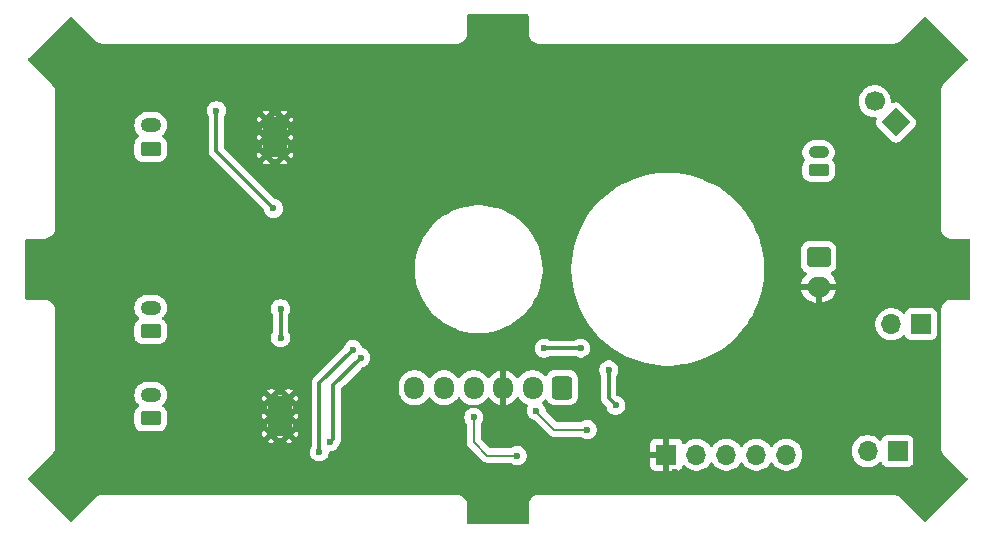
<source format=gbr>
%TF.GenerationSoftware,KiCad,Pcbnew,9.0.0*%
%TF.CreationDate,2025-06-23T21:36:03+01:00*%
%TF.ProjectId,TankHull,54616e6b-4875-46c6-9c2e-6b696361645f,rev?*%
%TF.SameCoordinates,Original*%
%TF.FileFunction,Copper,L2,Bot*%
%TF.FilePolarity,Positive*%
%FSLAX46Y46*%
G04 Gerber Fmt 4.6, Leading zero omitted, Abs format (unit mm)*
G04 Created by KiCad (PCBNEW 9.0.0) date 2025-06-23 21:36:03*
%MOMM*%
%LPD*%
G01*
G04 APERTURE LIST*
G04 Aperture macros list*
%AMRoundRect*
0 Rectangle with rounded corners*
0 $1 Rounding radius*
0 $2 $3 $4 $5 $6 $7 $8 $9 X,Y pos of 4 corners*
0 Add a 4 corners polygon primitive as box body*
4,1,4,$2,$3,$4,$5,$6,$7,$8,$9,$2,$3,0*
0 Add four circle primitives for the rounded corners*
1,1,$1+$1,$2,$3*
1,1,$1+$1,$4,$5*
1,1,$1+$1,$6,$7*
1,1,$1+$1,$8,$9*
0 Add four rect primitives between the rounded corners*
20,1,$1+$1,$2,$3,$4,$5,0*
20,1,$1+$1,$4,$5,$6,$7,0*
20,1,$1+$1,$6,$7,$8,$9,0*
20,1,$1+$1,$8,$9,$2,$3,0*%
%AMHorizOval*
0 Thick line with rounded ends*
0 $1 width*
0 $2 $3 position (X,Y) of the first rounded end (center of the circle)*
0 $4 $5 position (X,Y) of the second rounded end (center of the circle)*
0 Add line between two ends*
20,1,$1,$2,$3,$4,$5,0*
0 Add two circle primitives to create the rounded ends*
1,1,$1,$2,$3*
1,1,$1,$4,$5*%
%AMRotRect*
0 Rectangle, with rotation*
0 The origin of the aperture is its center*
0 $1 length*
0 $2 width*
0 $3 Rotation angle, in degrees counterclockwise*
0 Add horizontal line*
21,1,$1,$2,0,0,$3*%
G04 Aperture macros list end*
%TA.AperFunction,ComponentPad*%
%ADD10R,1.700000X1.700000*%
%TD*%
%TA.AperFunction,ComponentPad*%
%ADD11O,1.700000X1.700000*%
%TD*%
%TA.AperFunction,ComponentPad*%
%ADD12RotRect,1.700000X1.700000X225.000000*%
%TD*%
%TA.AperFunction,ComponentPad*%
%ADD13HorizOval,1.700000X0.000000X0.000000X0.000000X0.000000X0*%
%TD*%
%TA.AperFunction,ComponentPad*%
%ADD14RoundRect,0.250000X-0.750000X0.600000X-0.750000X-0.600000X0.750000X-0.600000X0.750000X0.600000X0*%
%TD*%
%TA.AperFunction,ComponentPad*%
%ADD15O,2.000000X1.700000*%
%TD*%
%TA.AperFunction,ComponentPad*%
%ADD16RoundRect,0.250000X0.625000X-0.350000X0.625000X0.350000X-0.625000X0.350000X-0.625000X-0.350000X0*%
%TD*%
%TA.AperFunction,ComponentPad*%
%ADD17O,1.750000X1.200000*%
%TD*%
%TA.AperFunction,HeatsinkPad*%
%ADD18C,0.500000*%
%TD*%
%TA.AperFunction,HeatsinkPad*%
%ADD19R,2.000000X3.500000*%
%TD*%
%TA.AperFunction,ComponentPad*%
%ADD20RoundRect,0.250000X0.615000X-0.265000X0.615000X0.265000X-0.615000X0.265000X-0.615000X-0.265000X0*%
%TD*%
%TA.AperFunction,ComponentPad*%
%ADD21O,1.730000X1.030000*%
%TD*%
%TA.AperFunction,ComponentPad*%
%ADD22RoundRect,0.250000X0.600000X0.725000X-0.600000X0.725000X-0.600000X-0.725000X0.600000X-0.725000X0*%
%TD*%
%TA.AperFunction,ComponentPad*%
%ADD23O,1.700000X1.950000*%
%TD*%
%TA.AperFunction,ViaPad*%
%ADD24C,0.600000*%
%TD*%
%TA.AperFunction,Conductor*%
%ADD25C,0.200000*%
%TD*%
%TA.AperFunction,Conductor*%
%ADD26C,0.300000*%
%TD*%
G04 APERTURE END LIST*
D10*
%TO.P,J7,1,Pin_1*%
%TO.N,GND*%
X132650000Y-118325000D03*
D11*
%TO.P,J7,2,Pin_2*%
%TO.N,/SCL*%
X135190000Y-118325000D03*
%TO.P,J7,3,Pin_3*%
%TO.N,/SDA*%
X137730000Y-118325000D03*
%TO.P,J7,4,Pin_4*%
%TO.N,+3V3_HULL*%
X140270000Y-118325000D03*
%TO.P,J7,5,Pin_5*%
%TO.N,+BATT*%
X142810000Y-118325000D03*
%TD*%
D12*
%TO.P,J10,1,Pin_1*%
%TO.N,Net-(J10-Pin_1)*%
X152100000Y-90200000D03*
D13*
%TO.P,J10,2,Pin_2*%
%TO.N,/IR Transmit NE*%
X150303949Y-88403949D03*
%TD*%
D10*
%TO.P,J9,1,Pin_1*%
%TO.N,Net-(J9-Pin_1)*%
X152225000Y-118025000D03*
D11*
%TO.P,J9,2,Pin_2*%
%TO.N,/IR Transmit NW*%
X149685000Y-118025000D03*
%TD*%
D10*
%TO.P,J8,1,Pin_1*%
%TO.N,Net-(J8-Pin_1)*%
X154225000Y-107275000D03*
D11*
%TO.P,J8,2,Pin_2*%
%TO.N,/IR Transmit N*%
X151685000Y-107275000D03*
%TD*%
D14*
%TO.P,J2,1,Pin_1*%
%TO.N,/VBAT_RAW*%
X145542000Y-101600000D03*
D15*
%TO.P,J2,2,Pin_2*%
%TO.N,GND*%
X145542000Y-104100000D03*
%TD*%
D16*
%TO.P,J3,1,Pin_1*%
%TO.N,/Right Drive Motor 1*%
X88988000Y-92427000D03*
D17*
%TO.P,J3,2,Pin_2*%
%TO.N,/Right Drive Motor 2*%
X88988000Y-90427000D03*
%TD*%
D18*
%TO.P,U2,17,GND*%
%TO.N,GND*%
X98763000Y-89952000D03*
X98763000Y-91452000D03*
X98763000Y-92952000D03*
D19*
X99513000Y-91452000D03*
D18*
X100263000Y-89952000D03*
X100263000Y-91452000D03*
X100263000Y-92952000D03*
%TD*%
D16*
%TO.P,J4,1,Pin_1*%
%TO.N,/Turret Motor 1*%
X88988000Y-107877000D03*
D17*
%TO.P,J4,2,Pin_2*%
%TO.N,/Turret Motor 2*%
X88988000Y-105877000D03*
%TD*%
D16*
%TO.P,J5,1,Pin_1*%
%TO.N,/Left Drive Motor 1*%
X88988000Y-115252000D03*
D17*
%TO.P,J5,2,Pin_2*%
%TO.N,/Left Drive Motor 2*%
X88988000Y-113252000D03*
%TD*%
D20*
%TO.P,J6,1,Pin_1*%
%TO.N,/VBAT_RAW*%
X145542000Y-94234000D03*
D21*
%TO.P,J6,2,Pin_2*%
%TO.N,Net-(J6-Pin_2)*%
X145542000Y-92734000D03*
%TD*%
D22*
%TO.P,J1,1,Pin_1*%
%TO.N,+BATT*%
X123825000Y-112649000D03*
D23*
%TO.P,J1,2,Pin_2*%
%TO.N,unconnected-(J1-Pin_2-Pad2)*%
X121325000Y-112649000D03*
%TO.P,J1,3,Pin_3*%
%TO.N,GND*%
X118825000Y-112649000D03*
%TO.P,J1,4,Pin_4*%
%TO.N,/SDA*%
X116325000Y-112649000D03*
%TO.P,J1,5,Pin_5*%
%TO.N,/SCL*%
X113825000Y-112649000D03*
%TO.P,J1,6,Pin_6*%
%TO.N,/OE*%
X111325000Y-112649000D03*
%TD*%
D18*
%TO.P,U3,17,GND*%
%TO.N,GND*%
X99188000Y-113552000D03*
X99188000Y-115052000D03*
X99188000Y-116552000D03*
D19*
X99938000Y-115052000D03*
D18*
X100688000Y-113552000D03*
X100688000Y-115052000D03*
X100688000Y-116552000D03*
%TD*%
D24*
%TO.N,GND*%
X97888000Y-101127000D03*
X116638000Y-84102000D03*
X133375000Y-119800000D03*
X109454500Y-100310500D03*
X106313000Y-112502000D03*
X81588000Y-86702000D03*
X83913000Y-121202000D03*
X121138000Y-96852000D03*
X97888000Y-101777000D03*
X155388000Y-118802000D03*
X154888000Y-100852000D03*
X153797000Y-111125000D03*
X97888000Y-100477000D03*
X122038000Y-92952000D03*
X152288000Y-84652000D03*
X119138000Y-91152000D03*
X81638000Y-104377000D03*
X95150000Y-97225000D03*
X101488000Y-102102000D03*
X101938000Y-97077000D03*
X96813000Y-109002000D03*
X129838000Y-93014500D03*
X105363000Y-88602000D03*
X120188000Y-120977000D03*
X138463000Y-93177000D03*
%TO.N,/SDA*%
X121625000Y-114600000D03*
X125950000Y-116200000D03*
%TO.N,/SCL*%
X116351000Y-115175000D03*
X120025000Y-118400000D03*
%TO.N,/Motors Sleep*%
X99388000Y-97477000D03*
X94563000Y-89202000D03*
X99983558Y-105972558D03*
X99988000Y-108427000D03*
%TO.N,/Turret Motor Control 1*%
X106113000Y-109427000D03*
X103263000Y-118102000D03*
%TO.N,/Turret Motor Control 2*%
X104178668Y-117249306D03*
X106788000Y-110102000D03*
%TO.N,+3V3_HULL*%
X128375000Y-114150000D03*
X127775000Y-111150000D03*
X125400000Y-109300000D03*
X122300000Y-109325000D03*
%TD*%
D25*
%TO.N,/SDA*%
X121550000Y-114600000D02*
X123150000Y-116200000D01*
X121625000Y-114600000D02*
X121550000Y-114600000D01*
X123150000Y-116200000D02*
X125950000Y-116200000D01*
%TO.N,/SCL*%
X117500000Y-118400000D02*
X116351000Y-117251000D01*
X120025000Y-118400000D02*
X117500000Y-118400000D01*
X116351000Y-117251000D02*
X116351000Y-115175000D01*
D26*
%TO.N,/Motors Sleep*%
X99388000Y-97477000D02*
X94563000Y-92652000D01*
X99988000Y-105977000D02*
X99983558Y-105972558D01*
X94563000Y-92652000D02*
X94563000Y-89202000D01*
X99988000Y-108427000D02*
X99988000Y-105977000D01*
%TO.N,/Turret Motor Control 1*%
X106113000Y-109437000D02*
X103263000Y-112287000D01*
X106113000Y-109427000D02*
X106113000Y-109437000D01*
X103263000Y-112287000D02*
X103263000Y-118102000D01*
%TO.N,/Turret Motor Control 2*%
X106788000Y-110127000D02*
X104450000Y-112465000D01*
X106788000Y-110102000D02*
X106788000Y-110127000D01*
X104450000Y-112465000D02*
X104450000Y-116977974D01*
X104450000Y-116977974D02*
X104178668Y-117249306D01*
%TO.N,+3V3_HULL*%
X127775000Y-113550000D02*
X128375000Y-114150000D01*
X125375000Y-109325000D02*
X125400000Y-109300000D01*
X127775000Y-111150000D02*
X127775000Y-113550000D01*
X122300000Y-109325000D02*
X125375000Y-109325000D01*
%TD*%
%TA.AperFunction,Conductor*%
%TO.N,GND*%
G36*
X120930540Y-81047185D02*
G01*
X120976295Y-81099989D01*
X120987501Y-81151500D01*
X120987501Y-82575635D01*
X120987500Y-82575638D01*
X120987500Y-82715694D01*
X121022103Y-82889657D01*
X121022106Y-82889666D01*
X121089983Y-83053539D01*
X121089990Y-83053552D01*
X121188532Y-83201031D01*
X121188533Y-83201032D01*
X121188536Y-83201036D01*
X121313966Y-83326465D01*
X121313969Y-83326467D01*
X121461451Y-83425012D01*
X121461453Y-83425012D01*
X121461455Y-83425014D01*
X121625336Y-83492895D01*
X121799307Y-83527499D01*
X121799311Y-83527500D01*
X121835275Y-83527500D01*
X151777616Y-83527502D01*
X151777617Y-83527503D01*
X151835200Y-83527503D01*
X151835200Y-83527502D01*
X151886567Y-83527502D01*
X151886568Y-83527503D01*
X151886568Y-83527502D01*
X151887927Y-83527503D01*
X151887931Y-83527502D01*
X151906071Y-83527502D01*
X151906076Y-83527502D01*
X151990269Y-83514166D01*
X152046067Y-83505329D01*
X152084342Y-83492893D01*
X152180867Y-83461531D01*
X152180869Y-83461529D01*
X152180872Y-83461529D01*
X152307165Y-83397180D01*
X152421836Y-83313866D01*
X152421844Y-83313858D01*
X152424458Y-83311245D01*
X153166286Y-82569417D01*
X154454627Y-81281075D01*
X154515948Y-81247592D01*
X154585640Y-81252576D01*
X154629986Y-81281076D01*
X158130873Y-84781964D01*
X158164357Y-84843285D01*
X158159373Y-84912977D01*
X158130872Y-84957324D01*
X156194552Y-86893644D01*
X156188882Y-86899313D01*
X156188861Y-86899326D01*
X156148194Y-86940004D01*
X156105525Y-86982672D01*
X156105133Y-86983118D01*
X156098079Y-86990173D01*
X156098076Y-86990177D01*
X156014796Y-87104817D01*
X155950465Y-87231067D01*
X155950461Y-87231077D01*
X155906662Y-87365822D01*
X155884463Y-87505781D01*
X155884461Y-87516041D01*
X155884459Y-87523972D01*
X155884446Y-87524022D01*
X155884446Y-87576597D01*
X155884446Y-87576666D01*
X155884426Y-87642541D01*
X155884445Y-87642818D01*
X155884445Y-99187542D01*
X155884483Y-99188134D01*
X155884478Y-99215628D01*
X155919061Y-99389620D01*
X155986926Y-99553518D01*
X155986927Y-99553520D01*
X156085471Y-99701028D01*
X156085473Y-99701030D01*
X156210903Y-99826473D01*
X156267496Y-99864288D01*
X156358400Y-99925030D01*
X156522294Y-99992913D01*
X156696283Y-100027512D01*
X156784975Y-100027505D01*
X156784982Y-100027505D01*
X158260445Y-100027505D01*
X158327484Y-100047190D01*
X158373239Y-100099994D01*
X158384445Y-100151505D01*
X158384445Y-102574269D01*
X158384445Y-105069406D01*
X158384443Y-105069413D01*
X158384444Y-105085781D01*
X158384444Y-105102488D01*
X158377287Y-105126859D01*
X158364761Y-105169522D01*
X158364758Y-105169523D01*
X158364758Y-105169527D01*
X158333979Y-105196196D01*
X158311958Y-105215278D01*
X158311955Y-105215278D01*
X158311953Y-105215281D01*
X158311927Y-105215284D01*
X158260429Y-105226485D01*
X158252778Y-105226484D01*
X158227405Y-105226481D01*
X158227404Y-105226481D01*
X158218646Y-105226480D01*
X158218423Y-105226496D01*
X156835099Y-105226496D01*
X156833011Y-105225907D01*
X156777596Y-105226496D01*
X156723966Y-105226496D01*
X156715502Y-105227092D01*
X156687333Y-105227374D01*
X156514857Y-105263351D01*
X156514854Y-105263352D01*
X156352611Y-105332076D01*
X156352609Y-105332077D01*
X156206761Y-105430936D01*
X156206757Y-105430940D01*
X156082832Y-105556189D01*
X156082829Y-105556192D01*
X155985526Y-105703080D01*
X155949633Y-105790389D01*
X155918531Y-105866045D01*
X155885248Y-106034547D01*
X155884387Y-106038905D01*
X155884445Y-106126468D01*
X155884445Y-117737759D01*
X155884463Y-117738034D01*
X155884463Y-117748081D01*
X155889233Y-117778213D01*
X155906624Y-117888080D01*
X155950415Y-118022890D01*
X156014758Y-118149188D01*
X156037757Y-118180846D01*
X156098071Y-118263869D01*
X156105237Y-118271035D01*
X156110897Y-118276695D01*
X156110904Y-118276707D01*
X156155139Y-118320942D01*
X156155142Y-118320945D01*
X156155143Y-118320947D01*
X156195952Y-118361758D01*
X156195971Y-118361774D01*
X158130639Y-120296442D01*
X158134778Y-120304022D01*
X158141729Y-120309154D01*
X158151271Y-120334226D01*
X158164124Y-120357765D01*
X158163507Y-120366380D01*
X158166581Y-120374455D01*
X158161053Y-120400704D01*
X158159140Y-120427457D01*
X158153586Y-120436162D01*
X158152183Y-120442825D01*
X158133918Y-120466990D01*
X158131220Y-120471220D01*
X158130216Y-120472236D01*
X158105713Y-120495975D01*
X158104255Y-120498545D01*
X158096549Y-120506355D01*
X158096418Y-120506427D01*
X158095968Y-120506939D01*
X154630175Y-123972734D01*
X154568852Y-124006219D01*
X154499160Y-124001235D01*
X154453736Y-123971644D01*
X154429169Y-123946462D01*
X154420967Y-123939265D01*
X152515707Y-122034005D01*
X152508793Y-122027051D01*
X152508073Y-122025756D01*
X152481108Y-121999207D01*
X152481055Y-121999153D01*
X152466981Y-121985275D01*
X152466365Y-121984663D01*
X152428863Y-121947161D01*
X152424294Y-121943181D01*
X152417079Y-121936067D01*
X152417077Y-121936065D01*
X152303011Y-121854272D01*
X152303010Y-121854271D01*
X152177651Y-121791135D01*
X152177648Y-121791134D01*
X152177647Y-121791133D01*
X152177646Y-121791133D01*
X152044015Y-121748177D01*
X152044012Y-121748176D01*
X151905343Y-121726439D01*
X151835160Y-121726497D01*
X151835024Y-121726497D01*
X121835274Y-121726501D01*
X121799305Y-121726501D01*
X121625342Y-121761104D01*
X121625334Y-121761106D01*
X121461456Y-121828986D01*
X121313966Y-121927536D01*
X121313962Y-121927539D01*
X121188539Y-122052962D01*
X121188536Y-122052966D01*
X121089986Y-122200456D01*
X121022106Y-122364334D01*
X121022104Y-122364342D01*
X120987501Y-122538305D01*
X120987501Y-124102501D01*
X120967816Y-124169540D01*
X120915012Y-124215295D01*
X120863501Y-124226501D01*
X115912500Y-124226501D01*
X115845461Y-124206816D01*
X115799706Y-124154012D01*
X115788500Y-124102501D01*
X115788500Y-122566679D01*
X115788499Y-122566661D01*
X115788499Y-122538305D01*
X115753892Y-122364332D01*
X115753889Y-122364321D01*
X115686009Y-122200451D01*
X115686008Y-122200450D01*
X115686006Y-122200444D01*
X115686002Y-122200438D01*
X115686000Y-122200434D01*
X115587456Y-122052957D01*
X115587455Y-122052956D01*
X115587453Y-122052953D01*
X115519160Y-121984663D01*
X115462018Y-121927522D01*
X115314526Y-121828978D01*
X115314525Y-121828977D01*
X115314523Y-121828976D01*
X115277405Y-121813602D01*
X115150637Y-121761098D01*
X115150630Y-121761096D01*
X115005379Y-121732209D01*
X114976654Y-121726497D01*
X114976653Y-121726497D01*
X114887959Y-121726501D01*
X84949863Y-121726501D01*
X84948800Y-121726496D01*
X84947935Y-121726488D01*
X84877755Y-121725885D01*
X84877740Y-121725886D01*
X84735835Y-121747257D01*
X84735827Y-121747259D01*
X84648677Y-121775031D01*
X84599090Y-121790834D01*
X84599088Y-121790834D01*
X84599088Y-121790835D01*
X84599084Y-121790836D01*
X84470979Y-121855511D01*
X84354719Y-121939664D01*
X84347119Y-121947251D01*
X84346555Y-121947747D01*
X82321375Y-123972927D01*
X82260052Y-124006412D01*
X82190360Y-124001428D01*
X82146013Y-123972927D01*
X78645127Y-120472041D01*
X78611642Y-120410718D01*
X78616626Y-120341026D01*
X78645127Y-120296679D01*
X80670217Y-118271591D01*
X80670245Y-118271558D01*
X80677877Y-118263929D01*
X80761205Y-118149265D01*
X80825476Y-118023153D01*
X102462500Y-118023153D01*
X102462500Y-118180846D01*
X102493261Y-118335489D01*
X102493264Y-118335501D01*
X102553602Y-118481172D01*
X102553609Y-118481185D01*
X102641210Y-118612288D01*
X102641213Y-118612292D01*
X102752707Y-118723786D01*
X102752711Y-118723789D01*
X102883814Y-118811390D01*
X102883827Y-118811397D01*
X103029498Y-118871735D01*
X103029503Y-118871737D01*
X103184153Y-118902499D01*
X103184156Y-118902500D01*
X103184158Y-118902500D01*
X103341844Y-118902500D01*
X103341845Y-118902499D01*
X103496497Y-118871737D01*
X103642179Y-118811394D01*
X103773289Y-118723789D01*
X103884789Y-118612289D01*
X103972394Y-118481179D01*
X104032737Y-118335497D01*
X104063500Y-118180842D01*
X104063500Y-118173806D01*
X104083185Y-118106767D01*
X104135989Y-118061012D01*
X104187500Y-118049806D01*
X104257512Y-118049806D01*
X104257513Y-118049805D01*
X104412165Y-118019043D01*
X104557847Y-117958700D01*
X104688957Y-117871095D01*
X104800457Y-117759595D01*
X104888062Y-117628485D01*
X104948405Y-117482803D01*
X104966216Y-117393257D01*
X104984729Y-117348561D01*
X105026465Y-117286101D01*
X105075501Y-117167718D01*
X105085429Y-117117809D01*
X105100500Y-117042045D01*
X105100500Y-115096153D01*
X115550500Y-115096153D01*
X115550500Y-115253846D01*
X115581261Y-115408489D01*
X115581264Y-115408501D01*
X115641602Y-115554172D01*
X115641609Y-115554185D01*
X115729602Y-115685874D01*
X115750480Y-115752551D01*
X115750500Y-115754765D01*
X115750500Y-117164330D01*
X115750499Y-117164348D01*
X115750499Y-117330054D01*
X115750498Y-117330054D01*
X115750499Y-117330057D01*
X115791423Y-117482785D01*
X115791434Y-117482804D01*
X115805165Y-117506588D01*
X115805166Y-117506589D01*
X115870475Y-117619709D01*
X115870481Y-117619717D01*
X115989349Y-117738585D01*
X115989355Y-117738590D01*
X117015139Y-118764374D01*
X117015149Y-118764385D01*
X117019479Y-118768715D01*
X117019480Y-118768716D01*
X117131284Y-118880520D01*
X117131286Y-118880521D01*
X117131290Y-118880524D01*
X117237025Y-118941569D01*
X117268216Y-118959577D01*
X117353703Y-118982483D01*
X117420942Y-119000500D01*
X117420943Y-119000500D01*
X119445234Y-119000500D01*
X119512273Y-119020185D01*
X119514125Y-119021398D01*
X119645814Y-119109390D01*
X119645827Y-119109397D01*
X119791498Y-119169735D01*
X119791503Y-119169737D01*
X119946153Y-119200499D01*
X119946156Y-119200500D01*
X119946158Y-119200500D01*
X120103844Y-119200500D01*
X120103845Y-119200499D01*
X120258497Y-119169737D01*
X120385017Y-119117331D01*
X120404172Y-119109397D01*
X120404172Y-119109396D01*
X120404179Y-119109394D01*
X120535289Y-119021789D01*
X120646789Y-118910289D01*
X120734394Y-118779179D01*
X120794737Y-118633497D01*
X120812656Y-118543412D01*
X120821402Y-118499447D01*
X120821402Y-118499446D01*
X120825500Y-118478844D01*
X120825500Y-118321155D01*
X120825499Y-118321153D01*
X120814104Y-118263869D01*
X120794737Y-118166503D01*
X120794735Y-118166498D01*
X120734397Y-118020827D01*
X120734389Y-118020812D01*
X120646789Y-117889711D01*
X120646786Y-117889707D01*
X120535292Y-117778213D01*
X120535288Y-117778210D01*
X120404185Y-117690609D01*
X120404172Y-117690602D01*
X120258501Y-117630264D01*
X120258489Y-117630261D01*
X120103845Y-117599500D01*
X120103842Y-117599500D01*
X119946158Y-117599500D01*
X119946155Y-117599500D01*
X119791510Y-117630261D01*
X119791498Y-117630264D01*
X119645827Y-117690602D01*
X119645814Y-117690609D01*
X119514125Y-117778602D01*
X119447447Y-117799480D01*
X119445234Y-117799500D01*
X117800097Y-117799500D01*
X117733058Y-117779815D01*
X117712416Y-117763181D01*
X117376390Y-117427155D01*
X131300000Y-117427155D01*
X131300000Y-118075000D01*
X132216988Y-118075000D01*
X132184075Y-118132007D01*
X132150000Y-118259174D01*
X132150000Y-118390826D01*
X132184075Y-118517993D01*
X132216988Y-118575000D01*
X131300000Y-118575000D01*
X131300000Y-119222844D01*
X131306401Y-119282372D01*
X131306403Y-119282379D01*
X131356645Y-119417086D01*
X131356649Y-119417093D01*
X131442809Y-119532187D01*
X131442812Y-119532190D01*
X131557906Y-119618350D01*
X131557913Y-119618354D01*
X131692620Y-119668596D01*
X131692627Y-119668598D01*
X131752155Y-119674999D01*
X131752172Y-119675000D01*
X132400000Y-119675000D01*
X132400000Y-118758012D01*
X132457007Y-118790925D01*
X132584174Y-118825000D01*
X132715826Y-118825000D01*
X132842993Y-118790925D01*
X132900000Y-118758012D01*
X132900000Y-119675000D01*
X133547828Y-119675000D01*
X133547844Y-119674999D01*
X133607372Y-119668598D01*
X133607379Y-119668596D01*
X133742086Y-119618354D01*
X133742093Y-119618350D01*
X133857187Y-119532190D01*
X133857190Y-119532187D01*
X133943350Y-119417093D01*
X133943354Y-119417086D01*
X133992422Y-119285529D01*
X134034293Y-119229595D01*
X134099757Y-119205178D01*
X134168030Y-119220030D01*
X134196285Y-119241181D01*
X134310213Y-119355109D01*
X134482179Y-119480048D01*
X134482181Y-119480049D01*
X134482184Y-119480051D01*
X134671588Y-119576557D01*
X134873757Y-119642246D01*
X135083713Y-119675500D01*
X135083714Y-119675500D01*
X135296286Y-119675500D01*
X135296287Y-119675500D01*
X135506243Y-119642246D01*
X135708412Y-119576557D01*
X135897816Y-119480051D01*
X135984471Y-119417093D01*
X136069786Y-119355109D01*
X136069788Y-119355106D01*
X136069792Y-119355104D01*
X136220104Y-119204792D01*
X136220106Y-119204788D01*
X136220109Y-119204786D01*
X136345048Y-119032820D01*
X136345047Y-119032820D01*
X136345051Y-119032816D01*
X136349514Y-119024054D01*
X136397488Y-118973259D01*
X136465308Y-118956463D01*
X136531444Y-118978999D01*
X136570486Y-119024056D01*
X136574951Y-119032820D01*
X136699890Y-119204786D01*
X136850213Y-119355109D01*
X137022179Y-119480048D01*
X137022181Y-119480049D01*
X137022184Y-119480051D01*
X137211588Y-119576557D01*
X137413757Y-119642246D01*
X137623713Y-119675500D01*
X137623714Y-119675500D01*
X137836286Y-119675500D01*
X137836287Y-119675500D01*
X138046243Y-119642246D01*
X138248412Y-119576557D01*
X138437816Y-119480051D01*
X138524471Y-119417093D01*
X138609786Y-119355109D01*
X138609788Y-119355106D01*
X138609792Y-119355104D01*
X138760104Y-119204792D01*
X138760106Y-119204788D01*
X138760109Y-119204786D01*
X138885048Y-119032820D01*
X138885047Y-119032820D01*
X138885051Y-119032816D01*
X138889514Y-119024054D01*
X138937488Y-118973259D01*
X139005308Y-118956463D01*
X139071444Y-118978999D01*
X139110486Y-119024056D01*
X139114951Y-119032820D01*
X139239890Y-119204786D01*
X139390213Y-119355109D01*
X139562179Y-119480048D01*
X139562181Y-119480049D01*
X139562184Y-119480051D01*
X139751588Y-119576557D01*
X139953757Y-119642246D01*
X140163713Y-119675500D01*
X140163714Y-119675500D01*
X140376286Y-119675500D01*
X140376287Y-119675500D01*
X140586243Y-119642246D01*
X140788412Y-119576557D01*
X140977816Y-119480051D01*
X141064471Y-119417093D01*
X141149786Y-119355109D01*
X141149788Y-119355106D01*
X141149792Y-119355104D01*
X141300104Y-119204792D01*
X141300106Y-119204788D01*
X141300109Y-119204786D01*
X141425048Y-119032820D01*
X141425047Y-119032820D01*
X141425051Y-119032816D01*
X141429514Y-119024054D01*
X141477488Y-118973259D01*
X141545308Y-118956463D01*
X141611444Y-118978999D01*
X141650486Y-119024056D01*
X141654951Y-119032820D01*
X141779890Y-119204786D01*
X141930213Y-119355109D01*
X142102179Y-119480048D01*
X142102181Y-119480049D01*
X142102184Y-119480051D01*
X142291588Y-119576557D01*
X142493757Y-119642246D01*
X142703713Y-119675500D01*
X142703714Y-119675500D01*
X142916286Y-119675500D01*
X142916287Y-119675500D01*
X143126243Y-119642246D01*
X143328412Y-119576557D01*
X143517816Y-119480051D01*
X143604471Y-119417093D01*
X143689786Y-119355109D01*
X143689788Y-119355106D01*
X143689792Y-119355104D01*
X143840104Y-119204792D01*
X143840106Y-119204788D01*
X143840109Y-119204786D01*
X143965048Y-119032820D01*
X143965047Y-119032820D01*
X143965051Y-119032816D01*
X144061557Y-118843412D01*
X144127246Y-118641243D01*
X144160500Y-118431287D01*
X144160500Y-118218713D01*
X144127246Y-118008757D01*
X144097989Y-117918713D01*
X148334500Y-117918713D01*
X148334500Y-118131287D01*
X148337348Y-118149269D01*
X148366844Y-118335501D01*
X148367754Y-118341243D01*
X148413222Y-118481179D01*
X148433444Y-118543414D01*
X148529951Y-118732820D01*
X148654890Y-118904786D01*
X148805213Y-119055109D01*
X148977179Y-119180048D01*
X148977181Y-119180049D01*
X148977184Y-119180051D01*
X149166588Y-119276557D01*
X149368757Y-119342246D01*
X149578713Y-119375500D01*
X149578714Y-119375500D01*
X149791286Y-119375500D01*
X149791287Y-119375500D01*
X150001243Y-119342246D01*
X150203412Y-119276557D01*
X150392816Y-119180051D01*
X150564792Y-119055104D01*
X150678329Y-118941566D01*
X150739648Y-118908084D01*
X150809340Y-118913068D01*
X150865274Y-118954939D01*
X150882189Y-118985917D01*
X150931202Y-119117328D01*
X150931206Y-119117335D01*
X151017452Y-119232544D01*
X151017455Y-119232547D01*
X151132664Y-119318793D01*
X151132671Y-119318797D01*
X151267517Y-119369091D01*
X151267516Y-119369091D01*
X151274444Y-119369835D01*
X151327127Y-119375500D01*
X153122872Y-119375499D01*
X153182483Y-119369091D01*
X153317331Y-119318796D01*
X153432546Y-119232546D01*
X153518796Y-119117331D01*
X153569091Y-118982483D01*
X153575500Y-118922873D01*
X153575499Y-117127128D01*
X153569091Y-117067517D01*
X153567810Y-117064083D01*
X153518797Y-116932671D01*
X153518793Y-116932664D01*
X153432547Y-116817455D01*
X153432544Y-116817452D01*
X153317335Y-116731206D01*
X153317328Y-116731202D01*
X153182482Y-116680908D01*
X153182483Y-116680908D01*
X153122883Y-116674501D01*
X153122881Y-116674500D01*
X153122873Y-116674500D01*
X153122864Y-116674500D01*
X151327129Y-116674500D01*
X151327123Y-116674501D01*
X151267516Y-116680908D01*
X151132671Y-116731202D01*
X151132664Y-116731206D01*
X151017455Y-116817452D01*
X151017452Y-116817455D01*
X150931206Y-116932664D01*
X150931203Y-116932669D01*
X150882189Y-117064083D01*
X150840317Y-117120016D01*
X150774853Y-117144433D01*
X150706580Y-117129581D01*
X150678326Y-117108430D01*
X150564786Y-116994890D01*
X150392820Y-116869951D01*
X150203414Y-116773444D01*
X150203413Y-116773443D01*
X150203412Y-116773443D01*
X150001243Y-116707754D01*
X150001241Y-116707753D01*
X150001240Y-116707753D01*
X149839957Y-116682208D01*
X149791287Y-116674500D01*
X149578713Y-116674500D01*
X149530042Y-116682208D01*
X149368760Y-116707753D01*
X149267672Y-116740598D01*
X149174849Y-116770759D01*
X149166585Y-116773444D01*
X148977179Y-116869951D01*
X148805213Y-116994890D01*
X148654890Y-117145213D01*
X148529951Y-117317179D01*
X148433444Y-117506585D01*
X148367753Y-117708760D01*
X148339337Y-117888171D01*
X148334500Y-117918713D01*
X144097989Y-117918713D01*
X144061557Y-117806588D01*
X143965051Y-117617184D01*
X143965049Y-117617181D01*
X143965048Y-117617179D01*
X143840109Y-117445213D01*
X143689786Y-117294890D01*
X143517820Y-117169951D01*
X143328414Y-117073444D01*
X143328413Y-117073443D01*
X143328412Y-117073443D01*
X143126243Y-117007754D01*
X143126241Y-117007753D01*
X143126240Y-117007753D01*
X142964957Y-116982208D01*
X142916287Y-116974500D01*
X142703713Y-116974500D01*
X142655042Y-116982208D01*
X142493760Y-117007753D01*
X142291585Y-117073444D01*
X142102179Y-117169951D01*
X141930213Y-117294890D01*
X141779890Y-117445213D01*
X141654949Y-117617182D01*
X141650484Y-117625946D01*
X141602509Y-117676742D01*
X141534688Y-117693536D01*
X141468553Y-117670998D01*
X141429516Y-117625946D01*
X141425050Y-117617182D01*
X141300109Y-117445213D01*
X141149786Y-117294890D01*
X140977820Y-117169951D01*
X140788414Y-117073444D01*
X140788413Y-117073443D01*
X140788412Y-117073443D01*
X140586243Y-117007754D01*
X140586241Y-117007753D01*
X140586240Y-117007753D01*
X140424957Y-116982208D01*
X140376287Y-116974500D01*
X140163713Y-116974500D01*
X140115042Y-116982208D01*
X139953760Y-117007753D01*
X139751585Y-117073444D01*
X139562179Y-117169951D01*
X139390213Y-117294890D01*
X139239890Y-117445213D01*
X139114949Y-117617182D01*
X139110484Y-117625946D01*
X139062509Y-117676742D01*
X138994688Y-117693536D01*
X138928553Y-117670998D01*
X138889516Y-117625946D01*
X138885050Y-117617182D01*
X138760109Y-117445213D01*
X138609786Y-117294890D01*
X138437820Y-117169951D01*
X138248414Y-117073444D01*
X138248413Y-117073443D01*
X138248412Y-117073443D01*
X138046243Y-117007754D01*
X138046241Y-117007753D01*
X138046240Y-117007753D01*
X137884957Y-116982208D01*
X137836287Y-116974500D01*
X137623713Y-116974500D01*
X137575042Y-116982208D01*
X137413760Y-117007753D01*
X137211585Y-117073444D01*
X137022179Y-117169951D01*
X136850213Y-117294890D01*
X136699890Y-117445213D01*
X136574949Y-117617182D01*
X136570484Y-117625946D01*
X136522509Y-117676742D01*
X136454688Y-117693536D01*
X136388553Y-117670998D01*
X136349516Y-117625946D01*
X136345050Y-117617182D01*
X136220109Y-117445213D01*
X136069786Y-117294890D01*
X135897820Y-117169951D01*
X135708414Y-117073444D01*
X135708413Y-117073443D01*
X135708412Y-117073443D01*
X135506243Y-117007754D01*
X135506241Y-117007753D01*
X135506240Y-117007753D01*
X135344957Y-116982208D01*
X135296287Y-116974500D01*
X135083713Y-116974500D01*
X135035042Y-116982208D01*
X134873760Y-117007753D01*
X134671585Y-117073444D01*
X134482179Y-117169951D01*
X134310215Y-117294889D01*
X134196285Y-117408819D01*
X134134962Y-117442303D01*
X134065270Y-117437319D01*
X134009337Y-117395447D01*
X133992422Y-117364470D01*
X133943354Y-117232913D01*
X133943350Y-117232906D01*
X133857190Y-117117812D01*
X133857187Y-117117809D01*
X133742093Y-117031649D01*
X133742086Y-117031645D01*
X133607379Y-116981403D01*
X133607372Y-116981401D01*
X133547844Y-116975000D01*
X132900000Y-116975000D01*
X132900000Y-117891988D01*
X132842993Y-117859075D01*
X132715826Y-117825000D01*
X132584174Y-117825000D01*
X132457007Y-117859075D01*
X132400000Y-117891988D01*
X132400000Y-116975000D01*
X131752155Y-116975000D01*
X131692627Y-116981401D01*
X131692620Y-116981403D01*
X131557913Y-117031645D01*
X131557906Y-117031649D01*
X131442812Y-117117809D01*
X131442809Y-117117812D01*
X131356649Y-117232906D01*
X131356645Y-117232913D01*
X131306403Y-117367620D01*
X131306401Y-117367627D01*
X131300000Y-117427155D01*
X117376390Y-117427155D01*
X116987819Y-117038584D01*
X116954334Y-116977261D01*
X116951500Y-116950903D01*
X116951500Y-115754765D01*
X116971185Y-115687726D01*
X116972398Y-115685874D01*
X117060390Y-115554185D01*
X117060390Y-115554184D01*
X117060394Y-115554179D01*
X117120737Y-115408497D01*
X117151500Y-115253842D01*
X117151500Y-115096158D01*
X117151500Y-115096155D01*
X117151499Y-115096153D01*
X117146673Y-115071891D01*
X117120737Y-114941503D01*
X117111721Y-114919737D01*
X117060397Y-114795827D01*
X117060390Y-114795814D01*
X116972789Y-114664711D01*
X116972786Y-114664707D01*
X116861292Y-114553213D01*
X116861288Y-114553210D01*
X116730185Y-114465609D01*
X116730172Y-114465602D01*
X116584501Y-114405264D01*
X116584489Y-114405261D01*
X116429845Y-114374500D01*
X116429842Y-114374500D01*
X116272158Y-114374500D01*
X116272155Y-114374500D01*
X116117510Y-114405261D01*
X116117498Y-114405264D01*
X115971827Y-114465602D01*
X115971814Y-114465609D01*
X115840711Y-114553210D01*
X115840707Y-114553213D01*
X115729213Y-114664707D01*
X115729210Y-114664711D01*
X115641609Y-114795814D01*
X115641602Y-114795827D01*
X115581264Y-114941498D01*
X115581261Y-114941510D01*
X115550500Y-115096153D01*
X105100500Y-115096153D01*
X105100500Y-112785807D01*
X105120185Y-112718768D01*
X105136814Y-112698131D01*
X105417232Y-112417713D01*
X109974500Y-112417713D01*
X109974500Y-112880287D01*
X110007754Y-113090243D01*
X110042911Y-113198446D01*
X110073444Y-113292414D01*
X110169951Y-113481820D01*
X110294890Y-113653786D01*
X110445213Y-113804109D01*
X110617179Y-113929048D01*
X110617181Y-113929049D01*
X110617184Y-113929051D01*
X110806588Y-114025557D01*
X111008757Y-114091246D01*
X111218713Y-114124500D01*
X111218714Y-114124500D01*
X111431286Y-114124500D01*
X111431287Y-114124500D01*
X111641243Y-114091246D01*
X111843412Y-114025557D01*
X112032816Y-113929051D01*
X112105802Y-113876024D01*
X112204786Y-113804109D01*
X112204788Y-113804106D01*
X112204792Y-113804104D01*
X112355104Y-113653792D01*
X112474683Y-113489204D01*
X112530011Y-113446540D01*
X112599624Y-113440561D01*
X112661420Y-113473166D01*
X112675313Y-113489199D01*
X112793594Y-113652000D01*
X112794896Y-113653792D01*
X112945213Y-113804109D01*
X113117179Y-113929048D01*
X113117181Y-113929049D01*
X113117184Y-113929051D01*
X113306588Y-114025557D01*
X113508757Y-114091246D01*
X113718713Y-114124500D01*
X113718714Y-114124500D01*
X113931286Y-114124500D01*
X113931287Y-114124500D01*
X114141243Y-114091246D01*
X114343412Y-114025557D01*
X114532816Y-113929051D01*
X114605802Y-113876024D01*
X114704786Y-113804109D01*
X114704788Y-113804106D01*
X114704792Y-113804104D01*
X114855104Y-113653792D01*
X114974683Y-113489204D01*
X115030011Y-113446540D01*
X115099624Y-113440561D01*
X115161420Y-113473166D01*
X115175313Y-113489199D01*
X115293594Y-113652000D01*
X115294896Y-113653792D01*
X115445213Y-113804109D01*
X115617179Y-113929048D01*
X115617181Y-113929049D01*
X115617184Y-113929051D01*
X115806588Y-114025557D01*
X116008757Y-114091246D01*
X116218713Y-114124500D01*
X116218714Y-114124500D01*
X116431286Y-114124500D01*
X116431287Y-114124500D01*
X116641243Y-114091246D01*
X116843412Y-114025557D01*
X117032816Y-113929051D01*
X117105802Y-113876024D01*
X117204786Y-113804109D01*
X117204788Y-113804106D01*
X117204792Y-113804104D01*
X117355104Y-113653792D01*
X117474991Y-113488779D01*
X117530320Y-113446115D01*
X117599933Y-113440136D01*
X117661729Y-113472741D01*
X117675627Y-113488781D01*
X117795272Y-113653459D01*
X117795276Y-113653464D01*
X117945535Y-113803723D01*
X117945540Y-113803727D01*
X118117442Y-113928620D01*
X118306782Y-114025095D01*
X118508871Y-114090757D01*
X118575000Y-114101231D01*
X118575000Y-113053145D01*
X118641657Y-113091630D01*
X118762465Y-113124000D01*
X118887535Y-113124000D01*
X119008343Y-113091630D01*
X119075000Y-113053145D01*
X119075000Y-114101230D01*
X119141126Y-114090757D01*
X119141129Y-114090757D01*
X119343217Y-114025095D01*
X119532557Y-113928620D01*
X119704459Y-113803727D01*
X119704464Y-113803723D01*
X119854721Y-113653466D01*
X119974371Y-113488781D01*
X120029701Y-113446115D01*
X120099314Y-113440136D01*
X120161110Y-113472741D01*
X120175008Y-113488781D01*
X120294890Y-113653785D01*
X120294894Y-113653790D01*
X120445213Y-113804109D01*
X120617179Y-113929048D01*
X120617181Y-113929049D01*
X120617184Y-113929051D01*
X120806588Y-114025557D01*
X120847565Y-114038871D01*
X120905241Y-114078309D01*
X120932439Y-114142667D01*
X120920524Y-114211514D01*
X120918316Y-114215358D01*
X120918479Y-114215446D01*
X120915602Y-114220827D01*
X120855264Y-114366498D01*
X120855261Y-114366510D01*
X120824500Y-114521153D01*
X120824500Y-114678846D01*
X120855261Y-114833489D01*
X120855264Y-114833501D01*
X120915602Y-114979172D01*
X120915609Y-114979185D01*
X121003210Y-115110288D01*
X121003213Y-115110292D01*
X121114707Y-115221786D01*
X121114711Y-115221789D01*
X121245814Y-115309390D01*
X121245827Y-115309397D01*
X121333230Y-115345599D01*
X121391503Y-115369737D01*
X121453226Y-115382014D01*
X121515136Y-115414398D01*
X121516713Y-115415948D01*
X122781284Y-116680520D01*
X122781286Y-116680521D01*
X122781290Y-116680524D01*
X122918209Y-116759573D01*
X122918216Y-116759577D01*
X123070943Y-116800501D01*
X123070945Y-116800501D01*
X123236654Y-116800501D01*
X123236670Y-116800500D01*
X125370234Y-116800500D01*
X125437273Y-116820185D01*
X125439125Y-116821398D01*
X125570814Y-116909390D01*
X125570827Y-116909397D01*
X125671033Y-116950903D01*
X125716503Y-116969737D01*
X125842955Y-116994890D01*
X125871153Y-117000499D01*
X125871156Y-117000500D01*
X125871158Y-117000500D01*
X126028844Y-117000500D01*
X126028845Y-117000499D01*
X126183497Y-116969737D01*
X126329179Y-116909394D01*
X126460289Y-116821789D01*
X126571789Y-116710289D01*
X126659394Y-116579179D01*
X126719737Y-116433497D01*
X126750500Y-116278842D01*
X126750500Y-116121158D01*
X126750500Y-116121155D01*
X126750499Y-116121153D01*
X126719738Y-115966510D01*
X126719737Y-115966503D01*
X126719735Y-115966498D01*
X126659397Y-115820827D01*
X126659390Y-115820814D01*
X126571789Y-115689711D01*
X126571786Y-115689707D01*
X126460292Y-115578213D01*
X126460288Y-115578210D01*
X126329185Y-115490609D01*
X126329172Y-115490602D01*
X126183501Y-115430264D01*
X126183489Y-115430261D01*
X126028845Y-115399500D01*
X126028842Y-115399500D01*
X125871158Y-115399500D01*
X125871155Y-115399500D01*
X125716510Y-115430261D01*
X125716498Y-115430264D01*
X125570827Y-115490602D01*
X125570814Y-115490609D01*
X125439125Y-115578602D01*
X125372447Y-115599480D01*
X125370234Y-115599500D01*
X123450098Y-115599500D01*
X123383059Y-115579815D01*
X123362417Y-115563181D01*
X122461819Y-114662583D01*
X122428334Y-114601260D01*
X122425500Y-114574902D01*
X122425500Y-114521155D01*
X122425499Y-114521153D01*
X122394737Y-114366503D01*
X122394735Y-114366498D01*
X122334397Y-114220827D01*
X122334390Y-114220814D01*
X122246789Y-114089711D01*
X122246786Y-114089707D01*
X122166356Y-114009277D01*
X122161275Y-113999973D01*
X122152948Y-113993409D01*
X122144819Y-113969835D01*
X122132871Y-113947954D01*
X122133627Y-113937379D01*
X122130171Y-113927356D01*
X122136076Y-113903133D01*
X122137855Y-113878262D01*
X122144647Y-113867977D01*
X122146720Y-113859475D01*
X122159968Y-113844777D01*
X122168569Y-113831756D01*
X122174506Y-113826107D01*
X122204792Y-113804104D01*
X122344724Y-113664171D01*
X122345814Y-113663135D01*
X122375569Y-113647837D01*
X122404923Y-113631809D01*
X122406523Y-113631923D01*
X122407952Y-113631189D01*
X122441267Y-113634408D01*
X122474615Y-113636793D01*
X122475899Y-113637754D01*
X122477498Y-113637909D01*
X122503775Y-113658621D01*
X122530549Y-113678664D01*
X122532108Y-113680955D01*
X122532371Y-113681162D01*
X122532495Y-113681524D01*
X122536821Y-113687878D01*
X122540185Y-113693333D01*
X122540186Y-113693334D01*
X122632288Y-113842656D01*
X122756344Y-113966712D01*
X122905666Y-114058814D01*
X123072203Y-114113999D01*
X123174991Y-114124500D01*
X124475008Y-114124499D01*
X124577797Y-114113999D01*
X124744334Y-114058814D01*
X124893656Y-113966712D01*
X125017712Y-113842656D01*
X125109814Y-113693334D01*
X125164999Y-113526797D01*
X125175500Y-113424009D01*
X125175499Y-111873992D01*
X125173851Y-111857863D01*
X125164999Y-111771203D01*
X125164998Y-111771200D01*
X125127104Y-111656845D01*
X125109814Y-111604666D01*
X125017712Y-111455344D01*
X124893656Y-111331288D01*
X124744334Y-111239186D01*
X124577797Y-111184001D01*
X124577795Y-111184000D01*
X124475010Y-111173500D01*
X123174998Y-111173500D01*
X123174981Y-111173501D01*
X123072203Y-111184000D01*
X123072200Y-111184001D01*
X122905668Y-111239185D01*
X122905663Y-111239187D01*
X122756342Y-111331289D01*
X122632289Y-111455342D01*
X122536821Y-111610121D01*
X122484873Y-111656845D01*
X122415910Y-111668068D01*
X122351828Y-111640224D01*
X122343601Y-111632705D01*
X122204786Y-111493890D01*
X122032820Y-111368951D01*
X121843414Y-111272444D01*
X121843413Y-111272443D01*
X121843412Y-111272443D01*
X121641243Y-111206754D01*
X121641241Y-111206753D01*
X121641240Y-111206753D01*
X121479957Y-111181208D01*
X121431287Y-111173500D01*
X121218713Y-111173500D01*
X121170042Y-111181208D01*
X121008760Y-111206753D01*
X120806585Y-111272444D01*
X120617179Y-111368951D01*
X120445213Y-111493890D01*
X120294894Y-111644209D01*
X120294890Y-111644214D01*
X120175008Y-111809218D01*
X120119678Y-111851884D01*
X120050065Y-111857863D01*
X119988270Y-111825257D01*
X119974372Y-111809218D01*
X119854727Y-111644540D01*
X119854723Y-111644535D01*
X119704464Y-111494276D01*
X119704459Y-111494272D01*
X119532557Y-111369379D01*
X119343215Y-111272903D01*
X119141124Y-111207241D01*
X119075000Y-111196768D01*
X119075000Y-112244854D01*
X119008343Y-112206370D01*
X118887535Y-112174000D01*
X118762465Y-112174000D01*
X118641657Y-112206370D01*
X118575000Y-112244854D01*
X118575000Y-111196768D01*
X118574999Y-111196768D01*
X118508875Y-111207241D01*
X118306784Y-111272903D01*
X118117442Y-111369379D01*
X117945540Y-111494272D01*
X117945535Y-111494276D01*
X117795276Y-111644535D01*
X117795272Y-111644540D01*
X117675627Y-111809218D01*
X117620297Y-111851884D01*
X117550684Y-111857863D01*
X117488889Y-111825257D01*
X117474991Y-111809218D01*
X117355109Y-111644214D01*
X117355105Y-111644209D01*
X117204786Y-111493890D01*
X117032820Y-111368951D01*
X116843414Y-111272444D01*
X116843413Y-111272443D01*
X116843412Y-111272443D01*
X116641243Y-111206754D01*
X116641241Y-111206753D01*
X116641240Y-111206753D01*
X116479957Y-111181208D01*
X116431287Y-111173500D01*
X116218713Y-111173500D01*
X116170042Y-111181208D01*
X116008760Y-111206753D01*
X115806585Y-111272444D01*
X115617179Y-111368951D01*
X115445213Y-111493890D01*
X115294894Y-111644209D01*
X115294890Y-111644214D01*
X115175318Y-111808793D01*
X115119989Y-111851459D01*
X115050375Y-111857438D01*
X114988580Y-111824833D01*
X114974682Y-111808793D01*
X114855109Y-111644214D01*
X114855105Y-111644209D01*
X114704786Y-111493890D01*
X114532820Y-111368951D01*
X114343414Y-111272444D01*
X114343413Y-111272443D01*
X114343412Y-111272443D01*
X114141243Y-111206754D01*
X114141241Y-111206753D01*
X114141240Y-111206753D01*
X113979957Y-111181208D01*
X113931287Y-111173500D01*
X113718713Y-111173500D01*
X113670042Y-111181208D01*
X113508760Y-111206753D01*
X113306585Y-111272444D01*
X113117179Y-111368951D01*
X112945213Y-111493890D01*
X112794894Y-111644209D01*
X112794890Y-111644214D01*
X112675318Y-111808793D01*
X112619989Y-111851459D01*
X112550375Y-111857438D01*
X112488580Y-111824833D01*
X112474682Y-111808793D01*
X112355109Y-111644214D01*
X112355105Y-111644209D01*
X112204786Y-111493890D01*
X112032820Y-111368951D01*
X111843414Y-111272444D01*
X111843413Y-111272443D01*
X111843412Y-111272443D01*
X111641243Y-111206754D01*
X111641241Y-111206753D01*
X111641240Y-111206753D01*
X111479957Y-111181208D01*
X111431287Y-111173500D01*
X111218713Y-111173500D01*
X111170042Y-111181208D01*
X111008760Y-111206753D01*
X110806585Y-111272444D01*
X110617179Y-111368951D01*
X110445213Y-111493890D01*
X110294890Y-111644213D01*
X110169951Y-111816179D01*
X110073444Y-112005585D01*
X110007753Y-112207760D01*
X109989159Y-112325160D01*
X109974500Y-112417713D01*
X105417232Y-112417713D01*
X106763791Y-111071153D01*
X126974500Y-111071153D01*
X126974500Y-111228846D01*
X127005261Y-111383489D01*
X127005264Y-111383501D01*
X127065602Y-111529172D01*
X127065606Y-111529179D01*
X127103602Y-111586044D01*
X127124480Y-111652721D01*
X127124500Y-111654935D01*
X127124500Y-113614071D01*
X127133362Y-113658621D01*
X127142281Y-113703458D01*
X127149499Y-113739744D01*
X127162352Y-113770775D01*
X127198535Y-113858127D01*
X127269723Y-113964669D01*
X127557985Y-114252930D01*
X127591469Y-114314251D01*
X127591920Y-114316419D01*
X127605261Y-114383489D01*
X127605264Y-114383501D01*
X127665602Y-114529172D01*
X127665609Y-114529185D01*
X127753210Y-114660288D01*
X127753213Y-114660292D01*
X127864707Y-114771786D01*
X127864711Y-114771789D01*
X127995814Y-114859390D01*
X127995827Y-114859397D01*
X128141498Y-114919735D01*
X128141503Y-114919737D01*
X128250963Y-114941510D01*
X128296153Y-114950499D01*
X128296156Y-114950500D01*
X128296158Y-114950500D01*
X128453844Y-114950500D01*
X128453845Y-114950499D01*
X128608497Y-114919737D01*
X128754179Y-114859394D01*
X128885289Y-114771789D01*
X128996789Y-114660289D01*
X129084394Y-114529179D01*
X129087719Y-114521153D01*
X129124090Y-114433344D01*
X129144737Y-114383497D01*
X129175500Y-114228842D01*
X129175500Y-114071158D01*
X129175500Y-114071155D01*
X129175499Y-114071153D01*
X129161340Y-113999973D01*
X129144737Y-113916503D01*
X129123996Y-113866430D01*
X129084397Y-113770827D01*
X129084390Y-113770814D01*
X128996789Y-113639711D01*
X128996786Y-113639707D01*
X128885292Y-113528213D01*
X128885288Y-113528210D01*
X128754185Y-113440609D01*
X128754172Y-113440602D01*
X128608501Y-113380264D01*
X128608489Y-113380261D01*
X128541420Y-113366920D01*
X128524661Y-113358153D01*
X128506181Y-113354133D01*
X128481143Y-113335390D01*
X128479509Y-113334535D01*
X128477927Y-113332982D01*
X128461816Y-113316870D01*
X128428333Y-113255545D01*
X128425500Y-113229191D01*
X128425500Y-111654935D01*
X128445185Y-111587896D01*
X128446366Y-111586090D01*
X128484394Y-111529179D01*
X128544737Y-111383497D01*
X128575500Y-111228842D01*
X128575500Y-111071158D01*
X128575500Y-111071155D01*
X128575499Y-111071153D01*
X128544738Y-110916510D01*
X128544737Y-110916503D01*
X128529149Y-110878870D01*
X128484397Y-110770827D01*
X128484390Y-110770814D01*
X128396789Y-110639711D01*
X128396786Y-110639707D01*
X128285292Y-110528213D01*
X128285288Y-110528210D01*
X128154185Y-110440609D01*
X128154172Y-110440602D01*
X128008501Y-110380264D01*
X128008489Y-110380261D01*
X127853845Y-110349500D01*
X127853842Y-110349500D01*
X127696158Y-110349500D01*
X127696155Y-110349500D01*
X127541510Y-110380261D01*
X127541498Y-110380264D01*
X127395827Y-110440602D01*
X127395814Y-110440609D01*
X127264711Y-110528210D01*
X127264707Y-110528213D01*
X127153213Y-110639707D01*
X127153210Y-110639711D01*
X127065609Y-110770814D01*
X127065602Y-110770827D01*
X127005264Y-110916498D01*
X127005261Y-110916510D01*
X126974500Y-111071153D01*
X106763791Y-111071153D01*
X106922139Y-110912805D01*
X106983460Y-110879322D01*
X106985495Y-110878897D01*
X107021497Y-110871737D01*
X107167179Y-110811394D01*
X107298289Y-110723789D01*
X107409789Y-110612289D01*
X107497394Y-110481179D01*
X107557737Y-110335497D01*
X107588500Y-110180842D01*
X107588500Y-110023158D01*
X107588500Y-110023155D01*
X107588499Y-110023153D01*
X107573309Y-109946789D01*
X107557737Y-109868503D01*
X107557735Y-109868498D01*
X107497397Y-109722827D01*
X107497390Y-109722814D01*
X107409789Y-109591711D01*
X107409786Y-109591707D01*
X107298292Y-109480213D01*
X107298288Y-109480210D01*
X107167185Y-109392609D01*
X107167172Y-109392602D01*
X107080011Y-109356499D01*
X107079998Y-109356494D01*
X107021497Y-109332263D01*
X106979861Y-109323981D01*
X106972916Y-109321726D01*
X106949854Y-109305963D01*
X106925107Y-109293018D01*
X106921406Y-109286519D01*
X106915233Y-109282300D01*
X106904355Y-109256575D01*
X106898421Y-109246153D01*
X121499500Y-109246153D01*
X121499500Y-109403846D01*
X121530261Y-109558489D01*
X121530264Y-109558501D01*
X121590602Y-109704172D01*
X121590609Y-109704185D01*
X121678210Y-109835288D01*
X121678213Y-109835292D01*
X121789707Y-109946786D01*
X121789711Y-109946789D01*
X121920814Y-110034390D01*
X121920827Y-110034397D01*
X122066498Y-110094735D01*
X122066503Y-110094737D01*
X122221153Y-110125499D01*
X122221156Y-110125500D01*
X122221158Y-110125500D01*
X122378844Y-110125500D01*
X122378845Y-110125499D01*
X122533497Y-110094737D01*
X122679179Y-110034394D01*
X122736044Y-109996397D01*
X122802721Y-109975520D01*
X122804935Y-109975500D01*
X124932480Y-109975500D01*
X124999519Y-109995185D01*
X125001372Y-109996399D01*
X125020813Y-110009389D01*
X125020815Y-110009390D01*
X125020821Y-110009394D01*
X125020823Y-110009395D01*
X125020827Y-110009397D01*
X125130854Y-110054971D01*
X125166503Y-110069737D01*
X125292176Y-110094735D01*
X125321153Y-110100499D01*
X125321156Y-110100500D01*
X125321158Y-110100500D01*
X125478844Y-110100500D01*
X125478845Y-110100499D01*
X125633497Y-110069737D01*
X125779179Y-110009394D01*
X125910289Y-109921789D01*
X126021789Y-109810289D01*
X126109394Y-109679179D01*
X126169737Y-109533497D01*
X126200500Y-109378842D01*
X126200500Y-109221158D01*
X126200500Y-109221155D01*
X126200499Y-109221153D01*
X126196114Y-109199110D01*
X126169737Y-109066503D01*
X126162400Y-109048789D01*
X126109397Y-108920827D01*
X126109390Y-108920814D01*
X126021789Y-108789711D01*
X126021786Y-108789707D01*
X125910292Y-108678213D01*
X125910288Y-108678210D01*
X125779185Y-108590609D01*
X125779172Y-108590602D01*
X125633501Y-108530264D01*
X125633489Y-108530261D01*
X125478845Y-108499500D01*
X125478842Y-108499500D01*
X125321158Y-108499500D01*
X125321155Y-108499500D01*
X125166510Y-108530261D01*
X125166498Y-108530264D01*
X125020827Y-108590602D01*
X125020815Y-108590609D01*
X124926541Y-108653602D01*
X124859864Y-108674480D01*
X124857650Y-108674500D01*
X122804935Y-108674500D01*
X122737896Y-108654815D01*
X122736090Y-108653633D01*
X122679179Y-108615606D01*
X122679172Y-108615602D01*
X122533501Y-108555264D01*
X122533489Y-108555261D01*
X122378845Y-108524500D01*
X122378842Y-108524500D01*
X122221158Y-108524500D01*
X122221155Y-108524500D01*
X122066510Y-108555261D01*
X122066498Y-108555264D01*
X121920827Y-108615602D01*
X121920814Y-108615609D01*
X121789711Y-108703210D01*
X121789707Y-108703213D01*
X121678213Y-108814707D01*
X121678210Y-108814711D01*
X121590609Y-108945814D01*
X121590602Y-108945827D01*
X121530264Y-109091498D01*
X121530261Y-109091510D01*
X121499500Y-109246153D01*
X106898421Y-109246153D01*
X106890534Y-109232302D01*
X106889603Y-109228023D01*
X106882737Y-109193503D01*
X106858599Y-109135230D01*
X106822397Y-109047827D01*
X106822390Y-109047814D01*
X106734789Y-108916711D01*
X106734786Y-108916707D01*
X106623292Y-108805213D01*
X106623288Y-108805210D01*
X106492185Y-108717609D01*
X106492172Y-108717602D01*
X106346501Y-108657264D01*
X106346489Y-108657261D01*
X106191845Y-108626500D01*
X106191842Y-108626500D01*
X106034158Y-108626500D01*
X106034155Y-108626500D01*
X105879510Y-108657261D01*
X105879498Y-108657264D01*
X105733827Y-108717602D01*
X105733814Y-108717609D01*
X105602711Y-108805210D01*
X105602707Y-108805213D01*
X105491213Y-108916707D01*
X105491210Y-108916711D01*
X105403609Y-109047814D01*
X105403602Y-109047827D01*
X105343264Y-109193498D01*
X105343261Y-109193508D01*
X105327437Y-109273062D01*
X105295052Y-109334973D01*
X105293501Y-109336551D01*
X102757724Y-111872328D01*
X102726047Y-111919736D01*
X102726048Y-111919737D01*
X102686534Y-111978874D01*
X102637499Y-112097255D01*
X102637497Y-112097261D01*
X102612500Y-112222928D01*
X102612500Y-117597064D01*
X102592815Y-117664103D01*
X102591603Y-117665954D01*
X102553608Y-117722817D01*
X102553602Y-117722828D01*
X102493264Y-117868498D01*
X102493261Y-117868510D01*
X102462500Y-118023153D01*
X80825476Y-118023153D01*
X80825566Y-118022976D01*
X80848581Y-117952159D01*
X80869371Y-117888184D01*
X80869375Y-117888172D01*
X80891553Y-117748174D01*
X80891553Y-117744470D01*
X80891554Y-117744461D01*
X80891554Y-117229577D01*
X98863975Y-117229577D01*
X98969236Y-117273178D01*
X98969240Y-117273179D01*
X99114126Y-117301999D01*
X99114129Y-117302000D01*
X99261871Y-117302000D01*
X99261873Y-117301999D01*
X99406760Y-117273179D01*
X99406775Y-117273175D01*
X99512024Y-117229578D01*
X99512024Y-117229577D01*
X100363975Y-117229577D01*
X100469236Y-117273178D01*
X100469240Y-117273179D01*
X100614126Y-117301999D01*
X100614129Y-117302000D01*
X100761871Y-117302000D01*
X100761873Y-117301999D01*
X100906760Y-117273179D01*
X100906775Y-117273175D01*
X101012024Y-117229578D01*
X101012024Y-117229577D01*
X100688001Y-116905554D01*
X100688000Y-116905554D01*
X100363975Y-117229577D01*
X99512024Y-117229577D01*
X99188001Y-116905554D01*
X99188000Y-116905554D01*
X98863975Y-117229577D01*
X80891554Y-117229577D01*
X80891554Y-116478126D01*
X98438000Y-116478126D01*
X98438000Y-116625873D01*
X98466820Y-116770759D01*
X98466822Y-116770767D01*
X98510421Y-116876024D01*
X98834446Y-116552000D01*
X98834446Y-116551999D01*
X98814556Y-116532109D01*
X99088000Y-116532109D01*
X99088000Y-116571891D01*
X99103224Y-116608645D01*
X99131355Y-116636776D01*
X99168109Y-116652000D01*
X99207891Y-116652000D01*
X99244645Y-116636776D01*
X99272776Y-116608645D01*
X99288000Y-116571891D01*
X99288000Y-116551999D01*
X99541554Y-116551999D01*
X99541554Y-116552001D01*
X99865576Y-116876023D01*
X99913807Y-116866430D01*
X99962191Y-116866430D01*
X100010422Y-116876024D01*
X100334446Y-116552000D01*
X100334446Y-116551999D01*
X100314556Y-116532109D01*
X100588000Y-116532109D01*
X100588000Y-116571891D01*
X100603224Y-116608645D01*
X100631355Y-116636776D01*
X100668109Y-116652000D01*
X100707891Y-116652000D01*
X100744645Y-116636776D01*
X100772776Y-116608645D01*
X100788000Y-116571891D01*
X100788000Y-116551999D01*
X101041554Y-116551999D01*
X101041554Y-116552001D01*
X101365577Y-116876024D01*
X101365578Y-116876024D01*
X101409175Y-116770775D01*
X101409179Y-116770760D01*
X101437999Y-116625873D01*
X101438000Y-116625871D01*
X101438000Y-116478128D01*
X101437999Y-116478126D01*
X101409179Y-116333240D01*
X101409178Y-116333236D01*
X101365577Y-116227975D01*
X101041554Y-116551999D01*
X100788000Y-116551999D01*
X100788000Y-116532109D01*
X100772776Y-116495355D01*
X100744645Y-116467224D01*
X100707891Y-116452000D01*
X100668109Y-116452000D01*
X100631355Y-116467224D01*
X100603224Y-116495355D01*
X100588000Y-116532109D01*
X100314556Y-116532109D01*
X100010421Y-116227974D01*
X99962190Y-116237568D01*
X99913808Y-116237568D01*
X99865577Y-116227974D01*
X99541554Y-116551999D01*
X99288000Y-116551999D01*
X99288000Y-116532109D01*
X99272776Y-116495355D01*
X99244645Y-116467224D01*
X99207891Y-116452000D01*
X99168109Y-116452000D01*
X99131355Y-116467224D01*
X99103224Y-116495355D01*
X99088000Y-116532109D01*
X98814556Y-116532109D01*
X98510421Y-116227974D01*
X98510420Y-116227974D01*
X98466823Y-116333228D01*
X98466820Y-116333240D01*
X98438000Y-116478126D01*
X80891554Y-116478126D01*
X80891554Y-113165389D01*
X87612500Y-113165389D01*
X87612500Y-113338611D01*
X87616984Y-113366920D01*
X87637325Y-113495355D01*
X87639598Y-113509701D01*
X87693127Y-113674445D01*
X87771768Y-113828788D01*
X87873586Y-113968928D01*
X87873588Y-113968930D01*
X87981127Y-114076469D01*
X88014612Y-114137792D01*
X88009628Y-114207484D01*
X87967756Y-114263417D01*
X87958544Y-114269688D01*
X87894344Y-114309287D01*
X87770289Y-114433342D01*
X87678187Y-114582663D01*
X87678185Y-114582668D01*
X87663739Y-114626264D01*
X87623001Y-114749203D01*
X87623001Y-114749204D01*
X87623000Y-114749204D01*
X87612500Y-114851983D01*
X87612500Y-115652001D01*
X87612501Y-115652019D01*
X87623000Y-115754796D01*
X87623001Y-115754799D01*
X87662641Y-115874422D01*
X87678186Y-115921334D01*
X87770288Y-116070656D01*
X87894344Y-116194712D01*
X88043666Y-116286814D01*
X88210203Y-116341999D01*
X88312991Y-116352500D01*
X89663008Y-116352499D01*
X89663016Y-116352498D01*
X89663019Y-116352498D01*
X89683132Y-116350443D01*
X89700384Y-116348681D01*
X89700385Y-116348681D01*
X89706236Y-116348083D01*
X89765797Y-116341999D01*
X89932334Y-116286814D01*
X90081656Y-116194712D01*
X90205712Y-116070656D01*
X90297814Y-115921334D01*
X90352999Y-115754797D01*
X90355575Y-115729577D01*
X98863974Y-115729577D01*
X98873568Y-115777808D01*
X98873568Y-115826190D01*
X98863974Y-115874421D01*
X99188000Y-116198446D01*
X99188001Y-116198446D01*
X99512024Y-115874422D01*
X99502430Y-115826191D01*
X99502430Y-115817853D01*
X99500540Y-115813050D01*
X99502430Y-115777807D01*
X99512023Y-115729577D01*
X100363974Y-115729577D01*
X100373568Y-115777808D01*
X100373568Y-115826190D01*
X100363974Y-115874421D01*
X100688000Y-116198446D01*
X100688001Y-116198446D01*
X101012024Y-115874422D01*
X101002430Y-115826191D01*
X101002430Y-115777807D01*
X101012023Y-115729576D01*
X100688001Y-115405554D01*
X100688000Y-115405554D01*
X100363974Y-115729577D01*
X99512023Y-115729577D01*
X99512023Y-115729576D01*
X99188001Y-115405554D01*
X99188000Y-115405554D01*
X98863974Y-115729577D01*
X90355575Y-115729577D01*
X90357925Y-115706578D01*
X90361033Y-115676160D01*
X90361033Y-115676159D01*
X90363499Y-115652018D01*
X90363500Y-115652009D01*
X90363499Y-114978126D01*
X98438000Y-114978126D01*
X98438000Y-115125873D01*
X98466820Y-115270759D01*
X98466822Y-115270767D01*
X98510421Y-115376024D01*
X98834446Y-115052000D01*
X98834446Y-115051999D01*
X98814556Y-115032109D01*
X99088000Y-115032109D01*
X99088000Y-115071891D01*
X99103224Y-115108645D01*
X99131355Y-115136776D01*
X99168109Y-115152000D01*
X99207891Y-115152000D01*
X99244645Y-115136776D01*
X99272776Y-115108645D01*
X99288000Y-115071891D01*
X99288000Y-115051999D01*
X99541554Y-115051999D01*
X99541554Y-115052001D01*
X99865576Y-115376023D01*
X99913807Y-115366430D01*
X99962191Y-115366430D01*
X100010422Y-115376024D01*
X100334446Y-115052000D01*
X100334446Y-115051999D01*
X100314556Y-115032109D01*
X100588000Y-115032109D01*
X100588000Y-115071891D01*
X100603224Y-115108645D01*
X100631355Y-115136776D01*
X100668109Y-115152000D01*
X100707891Y-115152000D01*
X100744645Y-115136776D01*
X100772776Y-115108645D01*
X100788000Y-115071891D01*
X100788000Y-115051999D01*
X101041554Y-115051999D01*
X101041554Y-115052001D01*
X101365577Y-115376024D01*
X101365578Y-115376024D01*
X101409175Y-115270775D01*
X101409179Y-115270760D01*
X101437999Y-115125873D01*
X101438000Y-115125871D01*
X101438000Y-114978128D01*
X101437999Y-114978126D01*
X101409179Y-114833240D01*
X101409178Y-114833236D01*
X101365577Y-114727975D01*
X101041554Y-115051999D01*
X100788000Y-115051999D01*
X100788000Y-115032109D01*
X100772776Y-114995355D01*
X100744645Y-114967224D01*
X100707891Y-114952000D01*
X100668109Y-114952000D01*
X100631355Y-114967224D01*
X100603224Y-114995355D01*
X100588000Y-115032109D01*
X100314556Y-115032109D01*
X100010421Y-114727974D01*
X99962190Y-114737568D01*
X99913808Y-114737568D01*
X99865577Y-114727974D01*
X99541554Y-115051999D01*
X99288000Y-115051999D01*
X99288000Y-115032109D01*
X99272776Y-114995355D01*
X99244645Y-114967224D01*
X99207891Y-114952000D01*
X99168109Y-114952000D01*
X99131355Y-114967224D01*
X99103224Y-114995355D01*
X99088000Y-115032109D01*
X98814556Y-115032109D01*
X98510421Y-114727974D01*
X98510420Y-114727974D01*
X98466823Y-114833228D01*
X98466820Y-114833240D01*
X98438000Y-114978126D01*
X90363499Y-114978126D01*
X90363499Y-114851992D01*
X90361583Y-114833240D01*
X90352999Y-114749203D01*
X90352998Y-114749200D01*
X90297814Y-114582666D01*
X90205712Y-114433344D01*
X90081656Y-114309288D01*
X90055442Y-114293119D01*
X90017455Y-114269688D01*
X89981378Y-114229577D01*
X98863974Y-114229577D01*
X98873568Y-114277808D01*
X98873568Y-114326190D01*
X98863974Y-114374421D01*
X99188000Y-114698446D01*
X99188001Y-114698446D01*
X99512024Y-114374422D01*
X99502430Y-114326191D01*
X99502430Y-114317853D01*
X99500540Y-114313050D01*
X99502430Y-114277807D01*
X99512023Y-114229577D01*
X100363974Y-114229577D01*
X100373568Y-114277808D01*
X100373568Y-114326190D01*
X100363974Y-114374421D01*
X100688000Y-114698446D01*
X100688001Y-114698446D01*
X101012024Y-114374422D01*
X101002430Y-114326191D01*
X101002430Y-114277807D01*
X101012023Y-114229576D01*
X100688001Y-113905554D01*
X100688000Y-113905554D01*
X100363974Y-114229577D01*
X99512023Y-114229577D01*
X99512023Y-114229576D01*
X99188001Y-113905554D01*
X99188000Y-113905554D01*
X98863974Y-114229577D01*
X89981378Y-114229577D01*
X89970731Y-114217740D01*
X89959510Y-114148777D01*
X89987354Y-114084695D01*
X89994850Y-114076491D01*
X90102414Y-113968928D01*
X90204232Y-113828788D01*
X90282873Y-113674445D01*
X90336402Y-113509701D01*
X90341403Y-113478126D01*
X98438000Y-113478126D01*
X98438000Y-113625873D01*
X98466820Y-113770759D01*
X98466822Y-113770767D01*
X98510421Y-113876024D01*
X98834446Y-113552000D01*
X98834446Y-113551999D01*
X98814556Y-113532109D01*
X99088000Y-113532109D01*
X99088000Y-113571891D01*
X99103224Y-113608645D01*
X99131355Y-113636776D01*
X99168109Y-113652000D01*
X99207891Y-113652000D01*
X99244645Y-113636776D01*
X99272776Y-113608645D01*
X99288000Y-113571891D01*
X99288000Y-113551999D01*
X99541554Y-113551999D01*
X99541554Y-113552001D01*
X99865576Y-113876023D01*
X99913807Y-113866430D01*
X99962191Y-113866430D01*
X100010422Y-113876024D01*
X100334446Y-113552000D01*
X100334446Y-113551999D01*
X100314556Y-113532109D01*
X100588000Y-113532109D01*
X100588000Y-113571891D01*
X100603224Y-113608645D01*
X100631355Y-113636776D01*
X100668109Y-113652000D01*
X100707891Y-113652000D01*
X100744645Y-113636776D01*
X100772776Y-113608645D01*
X100788000Y-113571891D01*
X100788000Y-113551999D01*
X101041554Y-113551999D01*
X101041554Y-113552001D01*
X101365577Y-113876024D01*
X101365578Y-113876024D01*
X101409175Y-113770775D01*
X101409179Y-113770760D01*
X101437999Y-113625873D01*
X101438000Y-113625871D01*
X101438000Y-113478128D01*
X101437999Y-113478126D01*
X101409179Y-113333240D01*
X101409178Y-113333236D01*
X101365577Y-113227975D01*
X101041554Y-113551999D01*
X100788000Y-113551999D01*
X100788000Y-113532109D01*
X100772776Y-113495355D01*
X100744645Y-113467224D01*
X100707891Y-113452000D01*
X100668109Y-113452000D01*
X100631355Y-113467224D01*
X100603224Y-113495355D01*
X100588000Y-113532109D01*
X100314556Y-113532109D01*
X100010421Y-113227974D01*
X99962190Y-113237568D01*
X99913808Y-113237568D01*
X99865577Y-113227974D01*
X99541554Y-113551999D01*
X99288000Y-113551999D01*
X99288000Y-113532109D01*
X99272776Y-113495355D01*
X99244645Y-113467224D01*
X99207891Y-113452000D01*
X99168109Y-113452000D01*
X99131355Y-113467224D01*
X99103224Y-113495355D01*
X99088000Y-113532109D01*
X98814556Y-113532109D01*
X98510421Y-113227974D01*
X98510420Y-113227974D01*
X98466823Y-113333228D01*
X98466820Y-113333240D01*
X98438000Y-113478126D01*
X90341403Y-113478126D01*
X90363500Y-113338611D01*
X90363500Y-113165389D01*
X90336402Y-112994299D01*
X90297451Y-112874420D01*
X98863974Y-112874420D01*
X98863974Y-112874421D01*
X99188000Y-113198446D01*
X99188001Y-113198446D01*
X99512024Y-112874421D01*
X99512022Y-112874420D01*
X100363974Y-112874420D01*
X100363974Y-112874421D01*
X100688000Y-113198446D01*
X100688001Y-113198446D01*
X101012024Y-112874421D01*
X100906767Y-112830822D01*
X100906759Y-112830820D01*
X100761872Y-112802000D01*
X100614128Y-112802000D01*
X100469240Y-112830820D01*
X100469228Y-112830823D01*
X100363974Y-112874420D01*
X99512022Y-112874420D01*
X99406767Y-112830822D01*
X99406759Y-112830820D01*
X99261872Y-112802000D01*
X99114128Y-112802000D01*
X98969240Y-112830820D01*
X98969228Y-112830823D01*
X98863974Y-112874420D01*
X90297451Y-112874420D01*
X90282873Y-112829555D01*
X90204232Y-112675212D01*
X90102414Y-112535072D01*
X89979928Y-112412586D01*
X89839788Y-112310768D01*
X89685445Y-112232127D01*
X89520701Y-112178598D01*
X89520699Y-112178597D01*
X89520698Y-112178597D01*
X89389271Y-112157781D01*
X89349611Y-112151500D01*
X88626389Y-112151500D01*
X88586728Y-112157781D01*
X88455302Y-112178597D01*
X88290552Y-112232128D01*
X88136211Y-112310768D01*
X88072107Y-112357343D01*
X87996072Y-112412586D01*
X87996070Y-112412588D01*
X87996069Y-112412588D01*
X87873588Y-112535069D01*
X87873588Y-112535070D01*
X87873586Y-112535072D01*
X87836247Y-112586465D01*
X87771768Y-112675211D01*
X87693128Y-112829552D01*
X87639597Y-112994302D01*
X87624402Y-113090243D01*
X87612500Y-113165389D01*
X80891554Y-113165389D01*
X80891554Y-106181418D01*
X80891800Y-106180567D01*
X80891554Y-106123905D01*
X80891554Y-106071999D01*
X80891554Y-106066606D01*
X80891242Y-106062007D01*
X80891131Y-106034547D01*
X80870106Y-105930909D01*
X80855965Y-105861206D01*
X80855964Y-105861205D01*
X80855964Y-105861202D01*
X80844317Y-105833343D01*
X80844317Y-105833340D01*
X80826361Y-105790389D01*
X87612500Y-105790389D01*
X87612500Y-105963611D01*
X87617134Y-105992866D01*
X87637261Y-106119949D01*
X87639598Y-106134701D01*
X87693127Y-106299445D01*
X87771768Y-106453788D01*
X87873586Y-106593928D01*
X87873588Y-106593930D01*
X87981127Y-106701469D01*
X88014612Y-106762792D01*
X88009628Y-106832484D01*
X87967756Y-106888417D01*
X87958544Y-106894688D01*
X87894344Y-106934287D01*
X87770289Y-107058342D01*
X87678187Y-107207663D01*
X87678186Y-107207666D01*
X87623001Y-107374203D01*
X87623001Y-107374204D01*
X87623000Y-107374204D01*
X87612500Y-107476983D01*
X87612500Y-108277001D01*
X87612501Y-108277019D01*
X87623000Y-108379796D01*
X87623001Y-108379799D01*
X87678185Y-108546331D01*
X87678187Y-108546336D01*
X87705491Y-108590602D01*
X87770288Y-108695656D01*
X87894344Y-108819712D01*
X88043666Y-108911814D01*
X88210203Y-108966999D01*
X88312991Y-108977500D01*
X89663008Y-108977499D01*
X89765797Y-108966999D01*
X89932334Y-108911814D01*
X90081656Y-108819712D01*
X90205712Y-108695656D01*
X90297814Y-108546334D01*
X90352999Y-108379797D01*
X90363500Y-108277009D01*
X90363499Y-107476992D01*
X90352999Y-107374203D01*
X90297814Y-107207666D01*
X90205712Y-107058344D01*
X90081656Y-106934288D01*
X90081652Y-106934285D01*
X90017456Y-106894688D01*
X89970731Y-106842740D01*
X89959510Y-106773777D01*
X89987353Y-106709695D01*
X89994850Y-106701491D01*
X90102414Y-106593928D01*
X90204232Y-106453788D01*
X90282873Y-106299445D01*
X90336402Y-106134701D01*
X90363500Y-105963611D01*
X90363500Y-105893711D01*
X99183058Y-105893711D01*
X99183058Y-106051404D01*
X99213819Y-106206047D01*
X99213822Y-106206059D01*
X99274161Y-106351732D01*
X99274162Y-106351733D01*
X99274164Y-106351737D01*
X99291130Y-106377128D01*
X99316602Y-106415249D01*
X99337480Y-106481926D01*
X99337500Y-106484140D01*
X99337500Y-107922064D01*
X99317815Y-107989103D01*
X99316603Y-107990954D01*
X99278608Y-108047817D01*
X99278602Y-108047828D01*
X99218264Y-108193498D01*
X99218261Y-108193510D01*
X99187500Y-108348153D01*
X99187500Y-108505846D01*
X99218261Y-108660489D01*
X99218264Y-108660501D01*
X99278602Y-108806172D01*
X99278609Y-108806185D01*
X99366210Y-108937288D01*
X99366213Y-108937292D01*
X99477707Y-109048786D01*
X99477711Y-109048789D01*
X99608814Y-109136390D01*
X99608827Y-109136397D01*
X99746695Y-109193503D01*
X99754503Y-109196737D01*
X99877250Y-109221153D01*
X99909153Y-109227499D01*
X99909156Y-109227500D01*
X99909158Y-109227500D01*
X100066844Y-109227500D01*
X100066845Y-109227499D01*
X100221497Y-109196737D01*
X100367179Y-109136394D01*
X100498289Y-109048789D01*
X100609789Y-108937289D01*
X100697394Y-108806179D01*
X100757737Y-108660497D01*
X100788500Y-108505842D01*
X100788500Y-108348158D01*
X100788500Y-108348155D01*
X100788499Y-108348153D01*
X100774346Y-108277001D01*
X100757737Y-108193503D01*
X100749192Y-108172873D01*
X100697397Y-108047828D01*
X100697396Y-108047827D01*
X100697394Y-108047821D01*
X100659396Y-107990953D01*
X100638520Y-107924276D01*
X100638500Y-107922064D01*
X100638500Y-106470845D01*
X100658185Y-106403806D01*
X100659365Y-106402002D01*
X100692952Y-106351737D01*
X100753295Y-106206055D01*
X100784058Y-106051400D01*
X100784058Y-105893716D01*
X100784058Y-105893713D01*
X100784057Y-105893711D01*
X100777591Y-105861206D01*
X100753295Y-105739061D01*
X100707994Y-105629693D01*
X100692955Y-105593385D01*
X100692948Y-105593372D01*
X100605347Y-105462269D01*
X100605344Y-105462265D01*
X100493850Y-105350771D01*
X100493846Y-105350768D01*
X100362743Y-105263167D01*
X100362730Y-105263160D01*
X100217059Y-105202822D01*
X100217047Y-105202819D01*
X100062403Y-105172058D01*
X100062400Y-105172058D01*
X99904716Y-105172058D01*
X99904713Y-105172058D01*
X99750068Y-105202819D01*
X99750056Y-105202822D01*
X99604385Y-105263160D01*
X99604372Y-105263167D01*
X99473269Y-105350768D01*
X99473265Y-105350771D01*
X99361771Y-105462265D01*
X99361768Y-105462269D01*
X99274167Y-105593372D01*
X99274160Y-105593385D01*
X99213822Y-105739056D01*
X99213819Y-105739068D01*
X99183058Y-105893711D01*
X90363500Y-105893711D01*
X90363500Y-105790389D01*
X90336402Y-105619299D01*
X90282873Y-105454555D01*
X90204232Y-105300212D01*
X90102414Y-105160072D01*
X89979928Y-105037586D01*
X89839788Y-104935768D01*
X89685445Y-104857127D01*
X89520701Y-104803598D01*
X89520699Y-104803597D01*
X89520698Y-104803597D01*
X89389271Y-104782781D01*
X89349611Y-104776500D01*
X88626389Y-104776500D01*
X88586728Y-104782781D01*
X88455302Y-104803597D01*
X88290552Y-104857128D01*
X88136211Y-104935768D01*
X88076070Y-104979464D01*
X87996072Y-105037586D01*
X87996070Y-105037588D01*
X87996069Y-105037588D01*
X87873588Y-105160069D01*
X87873588Y-105160070D01*
X87873586Y-105160072D01*
X87842527Y-105202821D01*
X87771768Y-105300211D01*
X87693128Y-105454552D01*
X87639597Y-105619302D01*
X87620628Y-105739068D01*
X87612500Y-105790389D01*
X80826361Y-105790389D01*
X80804904Y-105739061D01*
X80787743Y-105698011D01*
X80689075Y-105551212D01*
X80576906Y-105439533D01*
X80563730Y-105426414D01*
X80563726Y-105426411D01*
X80416502Y-105328390D01*
X80253014Y-105260883D01*
X80253010Y-105260882D01*
X80079513Y-105226473D01*
X79991104Y-105226499D01*
X79991078Y-105226500D01*
X78515556Y-105226500D01*
X78506877Y-105223951D01*
X78497924Y-105225240D01*
X78473875Y-105214261D01*
X78448517Y-105206815D01*
X78442595Y-105199980D01*
X78434364Y-105196223D01*
X78420067Y-105173982D01*
X78402762Y-105154011D01*
X78400475Y-105143504D01*
X78396583Y-105137449D01*
X78391556Y-105102515D01*
X78391555Y-105098311D01*
X78391554Y-105085781D01*
X78391554Y-102574273D01*
X78391554Y-102414809D01*
X111365223Y-102414809D01*
X111365223Y-102839192D01*
X111398519Y-103262251D01*
X111398519Y-103262252D01*
X111449127Y-103581782D01*
X111464905Y-103681399D01*
X111563973Y-104094046D01*
X111563977Y-104094057D01*
X111695108Y-104497642D01*
X111844013Y-104857128D01*
X111857512Y-104889717D01*
X112047889Y-105263353D01*
X112050180Y-105267849D01*
X112050183Y-105267854D01*
X112192169Y-105499553D01*
X112271907Y-105629673D01*
X112271915Y-105629684D01*
X112271921Y-105629693D01*
X112521340Y-105972990D01*
X112521350Y-105973004D01*
X112720399Y-106206059D01*
X112796954Y-106295693D01*
X113097031Y-106595770D01*
X113097037Y-106595775D01*
X113419719Y-106871373D01*
X113419733Y-106871383D01*
X113758449Y-107117474D01*
X113763051Y-107120817D01*
X113841210Y-107168713D01*
X114124869Y-107342540D01*
X114124874Y-107342543D01*
X114124879Y-107342545D01*
X114124888Y-107342551D01*
X114503007Y-107535212D01*
X114895076Y-107697613D01*
X114895081Y-107697615D01*
X114997702Y-107730958D01*
X115298678Y-107828751D01*
X115711325Y-107927819D01*
X116130473Y-107994205D01*
X116553537Y-108027501D01*
X116553545Y-108027501D01*
X116977901Y-108027501D01*
X116977909Y-108027501D01*
X117400973Y-107994205D01*
X117820121Y-107927819D01*
X118232768Y-107828751D01*
X118636370Y-107697613D01*
X119028439Y-107535212D01*
X119406558Y-107342551D01*
X119768395Y-107120817D01*
X120111720Y-106871378D01*
X120434415Y-106595770D01*
X120734492Y-106295693D01*
X120978990Y-106009421D01*
X121010095Y-105973004D01*
X121010095Y-105973003D01*
X121010100Y-105972998D01*
X121259539Y-105629673D01*
X121481273Y-105267836D01*
X121673934Y-104889717D01*
X121836335Y-104497648D01*
X121967473Y-104094046D01*
X122066541Y-103681399D01*
X122132927Y-103262251D01*
X122166223Y-102839187D01*
X122166223Y-102414815D01*
X122161923Y-102360181D01*
X124615223Y-102360181D01*
X124615223Y-102364680D01*
X124615223Y-102893821D01*
X124636638Y-103220541D01*
X124650125Y-103426325D01*
X124719778Y-103955390D01*
X124719780Y-103955401D01*
X124823881Y-104478753D01*
X124823887Y-104478779D01*
X124962001Y-104994228D01*
X124962005Y-104994242D01*
X125133535Y-105499550D01*
X125133539Y-105499561D01*
X125337752Y-105992575D01*
X125573772Y-106471178D01*
X125840587Y-106933315D01*
X125840603Y-106933340D01*
X126137067Y-107377030D01*
X126461920Y-107800386D01*
X126461925Y-107800391D01*
X126461926Y-107800393D01*
X126813779Y-108201605D01*
X127191119Y-108578945D01*
X127592331Y-108930798D01*
X127592337Y-108930803D01*
X128015693Y-109255656D01*
X128459383Y-109552120D01*
X128459408Y-109552136D01*
X128921545Y-109818951D01*
X129180770Y-109946786D01*
X129400152Y-110054973D01*
X129893171Y-110259188D01*
X130398490Y-110430721D01*
X130913947Y-110568837D01*
X130913956Y-110568838D01*
X130913970Y-110568842D01*
X131424268Y-110670346D01*
X131437332Y-110672945D01*
X131966406Y-110742599D01*
X132498903Y-110777501D01*
X132498914Y-110777501D01*
X133032532Y-110777501D01*
X133032543Y-110777501D01*
X133565040Y-110742599D01*
X134094114Y-110672945D01*
X134346008Y-110622839D01*
X134617475Y-110568842D01*
X134617482Y-110568840D01*
X134617499Y-110568837D01*
X135132956Y-110430721D01*
X135638275Y-110259188D01*
X136131294Y-110054973D01*
X136609900Y-109818951D01*
X137072046Y-109552131D01*
X137515751Y-109255657D01*
X137939115Y-108930798D01*
X138340327Y-108578945D01*
X138717667Y-108201605D01*
X139069520Y-107800393D01*
X139394379Y-107377029D01*
X139497884Y-107222123D01*
X139533572Y-107168713D01*
X150334500Y-107168713D01*
X150334500Y-107381287D01*
X150367754Y-107591243D01*
X150381998Y-107635082D01*
X150433444Y-107793414D01*
X150529951Y-107982820D01*
X150654890Y-108154786D01*
X150805213Y-108305109D01*
X150977179Y-108430048D01*
X150977181Y-108430049D01*
X150977184Y-108430051D01*
X151166588Y-108526557D01*
X151368757Y-108592246D01*
X151578713Y-108625500D01*
X151578714Y-108625500D01*
X151791286Y-108625500D01*
X151791287Y-108625500D01*
X152001243Y-108592246D01*
X152203412Y-108526557D01*
X152392816Y-108430051D01*
X152564792Y-108305104D01*
X152678329Y-108191566D01*
X152739648Y-108158084D01*
X152809340Y-108163068D01*
X152865274Y-108204939D01*
X152882189Y-108235917D01*
X152931202Y-108367328D01*
X152931206Y-108367335D01*
X153017452Y-108482544D01*
X153017455Y-108482547D01*
X153132664Y-108568793D01*
X153132671Y-108568797D01*
X153267517Y-108619091D01*
X153267516Y-108619091D01*
X153274444Y-108619835D01*
X153327127Y-108625500D01*
X155122872Y-108625499D01*
X155182483Y-108619091D01*
X155317331Y-108568796D01*
X155432546Y-108482546D01*
X155518796Y-108367331D01*
X155569091Y-108232483D01*
X155575500Y-108172873D01*
X155575499Y-106377128D01*
X155569091Y-106317517D01*
X155567810Y-106314083D01*
X155518797Y-106182671D01*
X155518793Y-106182664D01*
X155432547Y-106067455D01*
X155432544Y-106067452D01*
X155317335Y-105981206D01*
X155317328Y-105981202D01*
X155182482Y-105930908D01*
X155182483Y-105930908D01*
X155122883Y-105924501D01*
X155122881Y-105924500D01*
X155122873Y-105924500D01*
X155122864Y-105924500D01*
X153327129Y-105924500D01*
X153327123Y-105924501D01*
X153267516Y-105930908D01*
X153132671Y-105981202D01*
X153132664Y-105981206D01*
X153017455Y-106067452D01*
X153017452Y-106067455D01*
X152931206Y-106182664D01*
X152931203Y-106182669D01*
X152882189Y-106314083D01*
X152840317Y-106370016D01*
X152774853Y-106394433D01*
X152706580Y-106379581D01*
X152678326Y-106358430D01*
X152564786Y-106244890D01*
X152392820Y-106119951D01*
X152203414Y-106023444D01*
X152203413Y-106023443D01*
X152203412Y-106023443D01*
X152001243Y-105957754D01*
X152001241Y-105957753D01*
X152001240Y-105957753D01*
X151839957Y-105932208D01*
X151791287Y-105924500D01*
X151578713Y-105924500D01*
X151530042Y-105932208D01*
X151368760Y-105957753D01*
X151166585Y-106023444D01*
X150977179Y-106119951D01*
X150805213Y-106244890D01*
X150654890Y-106395213D01*
X150529951Y-106567179D01*
X150433444Y-106756585D01*
X150367753Y-106958760D01*
X150342088Y-107120802D01*
X150334500Y-107168713D01*
X139533572Y-107168713D01*
X139582859Y-107094950D01*
X139690209Y-106934288D01*
X139690853Y-106933324D01*
X139957673Y-106471178D01*
X140193695Y-105992572D01*
X140397910Y-105499553D01*
X140569443Y-104994234D01*
X140707559Y-104478777D01*
X140720021Y-104416129D01*
X140745359Y-104288745D01*
X140811665Y-103955401D01*
X140811667Y-103955390D01*
X140881320Y-103426325D01*
X140881321Y-103426318D01*
X140916223Y-102893821D01*
X140916223Y-102360181D01*
X140881321Y-101827684D01*
X140811667Y-101298610D01*
X140810855Y-101294532D01*
X140746507Y-100971025D01*
X140742321Y-100949983D01*
X144041500Y-100949983D01*
X144041500Y-102250001D01*
X144041501Y-102250018D01*
X144052000Y-102352796D01*
X144052001Y-102352799D01*
X144072554Y-102414822D01*
X144107186Y-102519334D01*
X144199288Y-102668656D01*
X144323344Y-102792712D01*
X144398692Y-102839187D01*
X144478558Y-102888448D01*
X144525283Y-102940396D01*
X144536506Y-103009358D01*
X144508663Y-103073441D01*
X144501144Y-103081668D01*
X144362271Y-103220541D01*
X144237379Y-103392442D01*
X144140904Y-103581782D01*
X144075242Y-103783870D01*
X144075242Y-103783873D01*
X144064769Y-103850000D01*
X145108988Y-103850000D01*
X145076075Y-103907007D01*
X145042000Y-104034174D01*
X145042000Y-104165826D01*
X145076075Y-104292993D01*
X145108988Y-104350000D01*
X144064769Y-104350000D01*
X144075242Y-104416126D01*
X144075242Y-104416129D01*
X144140904Y-104618217D01*
X144237379Y-104807557D01*
X144362272Y-104979459D01*
X144362276Y-104979464D01*
X144512535Y-105129723D01*
X144512540Y-105129727D01*
X144684442Y-105254620D01*
X144873782Y-105351095D01*
X145075870Y-105416757D01*
X145285754Y-105450000D01*
X145292000Y-105450000D01*
X145292000Y-104533012D01*
X145349007Y-104565925D01*
X145476174Y-104600000D01*
X145607826Y-104600000D01*
X145734993Y-104565925D01*
X145792000Y-104533012D01*
X145792000Y-105450000D01*
X145798246Y-105450000D01*
X146008127Y-105416757D01*
X146008130Y-105416757D01*
X146210217Y-105351095D01*
X146399557Y-105254620D01*
X146571459Y-105129727D01*
X146571464Y-105129723D01*
X146721723Y-104979464D01*
X146721727Y-104979459D01*
X146846620Y-104807557D01*
X146943095Y-104618217D01*
X147008757Y-104416129D01*
X147008757Y-104416126D01*
X147019231Y-104350000D01*
X145975012Y-104350000D01*
X146007925Y-104292993D01*
X146042000Y-104165826D01*
X146042000Y-104034174D01*
X146007925Y-103907007D01*
X145975012Y-103850000D01*
X147019231Y-103850000D01*
X147008757Y-103783873D01*
X147008757Y-103783870D01*
X146943095Y-103581782D01*
X146846620Y-103392442D01*
X146721727Y-103220540D01*
X146721723Y-103220535D01*
X146582856Y-103081668D01*
X146549371Y-103020345D01*
X146554355Y-102950653D01*
X146596227Y-102894720D01*
X146605441Y-102888448D01*
X146611331Y-102884814D01*
X146611334Y-102884814D01*
X146760656Y-102792712D01*
X146884712Y-102668656D01*
X146976814Y-102519334D01*
X147031999Y-102352797D01*
X147042500Y-102250009D01*
X147042499Y-100949992D01*
X147031999Y-100847203D01*
X146976814Y-100680666D01*
X146884712Y-100531344D01*
X146760656Y-100407288D01*
X146611334Y-100315186D01*
X146444797Y-100260001D01*
X146444795Y-100260000D01*
X146342010Y-100249500D01*
X144741998Y-100249500D01*
X144741981Y-100249501D01*
X144639203Y-100260000D01*
X144639200Y-100260001D01*
X144472668Y-100315185D01*
X144472663Y-100315187D01*
X144323342Y-100407289D01*
X144199289Y-100531342D01*
X144107187Y-100680663D01*
X144107186Y-100680666D01*
X144052001Y-100847203D01*
X144052001Y-100847204D01*
X144052000Y-100847204D01*
X144041500Y-100949983D01*
X140742321Y-100949983D01*
X140707564Y-100775248D01*
X140707558Y-100775222D01*
X140702504Y-100756359D01*
X140569443Y-100259768D01*
X140565957Y-100249500D01*
X140543898Y-100184514D01*
X140397910Y-99754449D01*
X140193695Y-99261430D01*
X140171108Y-99215628D01*
X139957673Y-98782823D01*
X139690858Y-98320686D01*
X139690842Y-98320661D01*
X139394378Y-97876971D01*
X139069525Y-97453615D01*
X139044654Y-97425255D01*
X138717667Y-97052397D01*
X138340327Y-96675057D01*
X137939115Y-96323204D01*
X137939113Y-96323203D01*
X137939108Y-96323198D01*
X137515752Y-95998345D01*
X137072062Y-95701881D01*
X137072037Y-95701865D01*
X136609900Y-95435050D01*
X136131297Y-95199030D01*
X135638283Y-94994817D01*
X135638272Y-94994813D01*
X135132964Y-94823283D01*
X135132950Y-94823279D01*
X134617501Y-94685165D01*
X134617475Y-94685159D01*
X134094123Y-94581058D01*
X134094112Y-94581056D01*
X133565047Y-94511403D01*
X133357957Y-94497830D01*
X133032543Y-94476501D01*
X132498903Y-94476501D01*
X132190615Y-94496707D01*
X131966398Y-94511403D01*
X131437333Y-94581056D01*
X131437322Y-94581058D01*
X130913970Y-94685159D01*
X130913944Y-94685165D01*
X130398495Y-94823279D01*
X130398481Y-94823283D01*
X129893173Y-94994813D01*
X129893162Y-94994817D01*
X129400148Y-95199030D01*
X128921545Y-95435050D01*
X128459408Y-95701865D01*
X128459383Y-95701881D01*
X128015693Y-95998345D01*
X127592337Y-96323198D01*
X127191114Y-96675061D01*
X126813783Y-97052392D01*
X126461920Y-97453615D01*
X126137067Y-97876971D01*
X125840603Y-98320661D01*
X125840587Y-98320686D01*
X125573772Y-98782823D01*
X125337752Y-99261426D01*
X125133539Y-99754440D01*
X125133535Y-99754451D01*
X124962005Y-100259759D01*
X124962001Y-100259773D01*
X124823887Y-100775222D01*
X124823881Y-100775248D01*
X124719780Y-101298600D01*
X124719778Y-101298611D01*
X124650125Y-101827676D01*
X124639371Y-101991750D01*
X124615223Y-102360181D01*
X122161923Y-102360181D01*
X122132927Y-101991751D01*
X122066541Y-101572603D01*
X121967473Y-101159956D01*
X121836335Y-100756354D01*
X121673934Y-100364285D01*
X121481273Y-99986166D01*
X121481267Y-99986157D01*
X121481265Y-99986152D01*
X121481262Y-99986147D01*
X121338196Y-99752686D01*
X121259539Y-99624329D01*
X121208112Y-99553546D01*
X121010105Y-99281011D01*
X121010095Y-99280997D01*
X120734497Y-98958315D01*
X120734492Y-98958309D01*
X120434415Y-98658232D01*
X120304408Y-98547195D01*
X120111726Y-98382628D01*
X120111712Y-98382618D01*
X119768415Y-98133199D01*
X119768406Y-98133193D01*
X119768395Y-98133185D01*
X119712261Y-98098786D01*
X119406576Y-97911461D01*
X119406571Y-97911458D01*
X119406561Y-97911453D01*
X119406558Y-97911451D01*
X119028439Y-97718790D01*
X119008428Y-97710501D01*
X118636364Y-97556386D01*
X118349201Y-97463082D01*
X118232768Y-97425251D01*
X117820121Y-97326183D01*
X117400973Y-97259797D01*
X116977914Y-97226501D01*
X116977909Y-97226501D01*
X116553537Y-97226501D01*
X116553531Y-97226501D01*
X116130472Y-97259797D01*
X116130471Y-97259797D01*
X115711330Y-97326182D01*
X115711327Y-97326182D01*
X115711325Y-97326183D01*
X115563540Y-97361662D01*
X115298689Y-97425248D01*
X115298683Y-97425249D01*
X115298678Y-97425251D01*
X115298666Y-97425255D01*
X114895081Y-97556386D01*
X114503020Y-97718784D01*
X114503007Y-97718790D01*
X114124874Y-97911458D01*
X114124869Y-97911461D01*
X113763063Y-98133177D01*
X113763030Y-98133199D01*
X113419733Y-98382618D01*
X113419719Y-98382628D01*
X113097037Y-98658226D01*
X113097023Y-98658239D01*
X112796961Y-98958301D01*
X112796948Y-98958315D01*
X112521350Y-99280997D01*
X112521340Y-99281011D01*
X112271921Y-99624308D01*
X112271899Y-99624341D01*
X112050183Y-99986147D01*
X112050180Y-99986152D01*
X111857512Y-100364285D01*
X111857506Y-100364298D01*
X111695108Y-100756359D01*
X111563977Y-101159944D01*
X111563970Y-101159967D01*
X111464904Y-101572608D01*
X111398519Y-101991749D01*
X111398519Y-101991750D01*
X111365223Y-102414809D01*
X78391554Y-102414809D01*
X78391554Y-100151502D01*
X78394103Y-100142819D01*
X78392815Y-100133861D01*
X78403796Y-100109812D01*
X78411239Y-100084463D01*
X78418077Y-100078537D01*
X78421837Y-100070304D01*
X78444071Y-100056013D01*
X78464043Y-100038708D01*
X78474555Y-100036420D01*
X78480614Y-100032527D01*
X78515507Y-100027510D01*
X78515545Y-100027502D01*
X78548594Y-100027506D01*
X78548612Y-100027500D01*
X78557678Y-100027500D01*
X79924422Y-100027500D01*
X79924518Y-100027506D01*
X79933510Y-100027505D01*
X79933512Y-100027506D01*
X79939672Y-100027505D01*
X79939854Y-100027558D01*
X79991095Y-100027552D01*
X79991095Y-100027554D01*
X80079786Y-100027545D01*
X80253757Y-99992923D01*
X80417631Y-99925029D01*
X80565112Y-99826471D01*
X80690533Y-99701036D01*
X80789075Y-99553545D01*
X80856951Y-99389663D01*
X80891554Y-99215689D01*
X80891554Y-99126998D01*
X80891554Y-99126929D01*
X80891554Y-90340389D01*
X87612500Y-90340389D01*
X87612500Y-90513611D01*
X87639598Y-90684701D01*
X87693127Y-90849445D01*
X87771768Y-91003788D01*
X87873586Y-91143928D01*
X87873588Y-91143930D01*
X87981127Y-91251469D01*
X88014612Y-91312792D01*
X88009628Y-91382484D01*
X87967756Y-91438417D01*
X87958544Y-91444688D01*
X87894344Y-91484287D01*
X87770289Y-91608342D01*
X87678187Y-91757663D01*
X87678185Y-91757668D01*
X87650349Y-91841670D01*
X87623001Y-91924203D01*
X87623001Y-91924204D01*
X87623000Y-91924204D01*
X87612500Y-92026983D01*
X87612500Y-92827001D01*
X87612501Y-92827019D01*
X87623000Y-92929796D01*
X87623001Y-92929799D01*
X87654837Y-93025871D01*
X87678186Y-93096334D01*
X87770288Y-93245656D01*
X87894344Y-93369712D01*
X88043666Y-93461814D01*
X88210203Y-93516999D01*
X88312991Y-93527500D01*
X89663008Y-93527499D01*
X89765797Y-93516999D01*
X89932334Y-93461814D01*
X90081656Y-93369712D01*
X90205712Y-93245656D01*
X90297814Y-93096334D01*
X90352999Y-92929797D01*
X90363500Y-92827009D01*
X90363499Y-92026992D01*
X90352999Y-91924203D01*
X90297814Y-91757666D01*
X90205712Y-91608344D01*
X90081656Y-91484288D01*
X90081652Y-91484285D01*
X90017456Y-91444688D01*
X89970731Y-91392740D01*
X89959510Y-91323777D01*
X89987353Y-91259695D01*
X89994850Y-91251491D01*
X90102414Y-91143928D01*
X90204232Y-91003788D01*
X90282873Y-90849445D01*
X90336402Y-90684701D01*
X90363500Y-90513611D01*
X90363500Y-90340389D01*
X90336402Y-90169299D01*
X90282873Y-90004555D01*
X90204232Y-89850212D01*
X90102414Y-89710072D01*
X89979928Y-89587586D01*
X89839788Y-89485768D01*
X89685445Y-89407127D01*
X89520701Y-89353598D01*
X89520699Y-89353597D01*
X89520698Y-89353597D01*
X89389271Y-89332781D01*
X89349611Y-89326500D01*
X88626389Y-89326500D01*
X88586728Y-89332781D01*
X88455302Y-89353597D01*
X88290552Y-89407128D01*
X88136211Y-89485768D01*
X88056256Y-89543859D01*
X87996072Y-89587586D01*
X87996070Y-89587588D01*
X87996069Y-89587588D01*
X87873588Y-89710069D01*
X87873588Y-89710070D01*
X87873586Y-89710072D01*
X87841344Y-89754449D01*
X87771768Y-89850211D01*
X87693128Y-90004552D01*
X87639597Y-90169302D01*
X87622694Y-90276024D01*
X87612500Y-90340389D01*
X80891554Y-90340389D01*
X80891554Y-89123153D01*
X93762500Y-89123153D01*
X93762500Y-89280846D01*
X93793261Y-89435489D01*
X93793264Y-89435501D01*
X93853602Y-89581172D01*
X93853606Y-89581179D01*
X93891602Y-89638044D01*
X93912480Y-89704721D01*
X93912500Y-89706935D01*
X93912500Y-92716069D01*
X93912500Y-92716071D01*
X93912499Y-92716071D01*
X93934567Y-92827005D01*
X93937497Y-92841738D01*
X93937500Y-92841747D01*
X93986532Y-92960123D01*
X93986535Y-92960127D01*
X94037749Y-93036776D01*
X94057726Y-93066673D01*
X94057727Y-93066674D01*
X98570984Y-97579930D01*
X98604469Y-97641253D01*
X98604920Y-97643420D01*
X98618261Y-97710489D01*
X98618264Y-97710501D01*
X98678602Y-97856172D01*
X98678609Y-97856185D01*
X98766210Y-97987288D01*
X98766213Y-97987292D01*
X98877707Y-98098786D01*
X98877711Y-98098789D01*
X99008814Y-98186390D01*
X99008827Y-98186397D01*
X99154498Y-98246735D01*
X99154503Y-98246737D01*
X99309153Y-98277499D01*
X99309156Y-98277500D01*
X99309158Y-98277500D01*
X99466844Y-98277500D01*
X99466845Y-98277499D01*
X99621497Y-98246737D01*
X99767179Y-98186394D01*
X99898289Y-98098789D01*
X100009789Y-97987289D01*
X100097394Y-97856179D01*
X100157737Y-97710497D01*
X100188500Y-97555842D01*
X100188500Y-97398158D01*
X100188500Y-97398155D01*
X100188499Y-97398153D01*
X100157738Y-97243510D01*
X100157737Y-97243503D01*
X100150695Y-97226501D01*
X100097397Y-97097827D01*
X100097390Y-97097814D01*
X100009789Y-96966711D01*
X100009786Y-96966707D01*
X99898292Y-96855213D01*
X99898288Y-96855210D01*
X99767185Y-96767609D01*
X99767172Y-96767602D01*
X99621501Y-96707264D01*
X99621489Y-96707261D01*
X99554420Y-96693920D01*
X99492509Y-96661535D01*
X99490930Y-96659984D01*
X96460523Y-93629577D01*
X98438975Y-93629577D01*
X98544236Y-93673178D01*
X98544240Y-93673179D01*
X98689126Y-93701999D01*
X98689129Y-93702000D01*
X98836871Y-93702000D01*
X98836873Y-93701999D01*
X98981760Y-93673179D01*
X98981775Y-93673175D01*
X99087024Y-93629578D01*
X99087024Y-93629577D01*
X99938975Y-93629577D01*
X100044236Y-93673178D01*
X100044240Y-93673179D01*
X100189126Y-93701999D01*
X100189129Y-93702000D01*
X100336871Y-93702000D01*
X100336873Y-93701999D01*
X100481760Y-93673179D01*
X100481775Y-93673175D01*
X100587024Y-93629578D01*
X100587024Y-93629577D01*
X100263001Y-93305554D01*
X100263000Y-93305554D01*
X99938975Y-93629577D01*
X99087024Y-93629577D01*
X98763001Y-93305554D01*
X98763000Y-93305554D01*
X98438975Y-93629577D01*
X96460523Y-93629577D01*
X95709072Y-92878126D01*
X98013000Y-92878126D01*
X98013000Y-93025873D01*
X98041820Y-93170759D01*
X98041822Y-93170767D01*
X98085421Y-93276024D01*
X98409446Y-92952000D01*
X98409446Y-92951999D01*
X98389556Y-92932109D01*
X98663000Y-92932109D01*
X98663000Y-92971891D01*
X98678224Y-93008645D01*
X98706355Y-93036776D01*
X98743109Y-93052000D01*
X98782891Y-93052000D01*
X98819645Y-93036776D01*
X98847776Y-93008645D01*
X98863000Y-92971891D01*
X98863000Y-92951999D01*
X99116554Y-92951999D01*
X99116554Y-92952001D01*
X99440576Y-93276023D01*
X99488807Y-93266430D01*
X99537191Y-93266430D01*
X99585422Y-93276024D01*
X99909446Y-92952000D01*
X99909446Y-92951999D01*
X99889556Y-92932109D01*
X100163000Y-92932109D01*
X100163000Y-92971891D01*
X100178224Y-93008645D01*
X100206355Y-93036776D01*
X100243109Y-93052000D01*
X100282891Y-93052000D01*
X100319645Y-93036776D01*
X100347776Y-93008645D01*
X100363000Y-92971891D01*
X100363000Y-92951999D01*
X100616554Y-92951999D01*
X100616554Y-92952001D01*
X100940577Y-93276024D01*
X100940578Y-93276024D01*
X100984175Y-93170775D01*
X100984179Y-93170760D01*
X101012999Y-93025873D01*
X101013000Y-93025871D01*
X101013000Y-92878128D01*
X101012999Y-92878126D01*
X100984179Y-92733240D01*
X100984176Y-92733227D01*
X100960210Y-92675370D01*
X100960198Y-92675343D01*
X100943064Y-92633977D01*
X144176500Y-92633977D01*
X144176500Y-92834022D01*
X144215523Y-93030203D01*
X144215526Y-93030215D01*
X144292071Y-93215013D01*
X144292078Y-93215026D01*
X144366729Y-93326749D01*
X144387607Y-93393427D01*
X144369122Y-93460807D01*
X144351312Y-93483317D01*
X144334293Y-93500337D01*
X144334289Y-93500342D01*
X144334288Y-93500344D01*
X144293287Y-93566816D01*
X144242187Y-93649663D01*
X144242185Y-93649668D01*
X144224844Y-93702000D01*
X144187001Y-93816203D01*
X144187001Y-93816204D01*
X144187000Y-93816204D01*
X144176500Y-93918983D01*
X144176500Y-94549001D01*
X144176501Y-94549019D01*
X144187000Y-94651796D01*
X144187001Y-94651799D01*
X144242185Y-94818331D01*
X144242187Y-94818336D01*
X144277069Y-94874888D01*
X144334288Y-94967656D01*
X144458344Y-95091712D01*
X144607666Y-95183814D01*
X144774203Y-95238999D01*
X144876991Y-95249500D01*
X146207008Y-95249499D01*
X146309797Y-95238999D01*
X146476334Y-95183814D01*
X146625656Y-95091712D01*
X146749712Y-94967656D01*
X146841814Y-94818334D01*
X146896999Y-94651797D01*
X146907500Y-94549009D01*
X146907499Y-93918992D01*
X146896999Y-93816203D01*
X146841814Y-93649666D01*
X146749712Y-93500344D01*
X146732690Y-93483322D01*
X146699205Y-93421999D01*
X146704189Y-93352307D01*
X146717269Y-93326750D01*
X146751164Y-93276023D01*
X146791925Y-93215020D01*
X146868475Y-93030211D01*
X146907500Y-92834018D01*
X146907500Y-92633982D01*
X146868475Y-92437789D01*
X146838792Y-92366127D01*
X146791928Y-92252986D01*
X146791921Y-92252973D01*
X146680791Y-92086656D01*
X146680788Y-92086652D01*
X146539347Y-91945211D01*
X146539343Y-91945208D01*
X146373026Y-91834078D01*
X146373013Y-91834071D01*
X146188215Y-91757526D01*
X146188203Y-91757523D01*
X145992022Y-91718500D01*
X145992018Y-91718500D01*
X145091982Y-91718500D01*
X145091977Y-91718500D01*
X144895796Y-91757523D01*
X144895784Y-91757526D01*
X144710986Y-91834071D01*
X144710973Y-91834078D01*
X144544656Y-91945208D01*
X144544652Y-91945211D01*
X144403211Y-92086652D01*
X144403208Y-92086656D01*
X144292078Y-92252973D01*
X144292071Y-92252986D01*
X144215526Y-92437784D01*
X144215523Y-92437796D01*
X144176500Y-92633977D01*
X100943064Y-92633977D01*
X100940577Y-92627974D01*
X100616554Y-92951999D01*
X100363000Y-92951999D01*
X100363000Y-92932109D01*
X100347776Y-92895355D01*
X100319645Y-92867224D01*
X100282891Y-92852000D01*
X100243109Y-92852000D01*
X100206355Y-92867224D01*
X100178224Y-92895355D01*
X100163000Y-92932109D01*
X99889556Y-92932109D01*
X99585421Y-92627974D01*
X99537190Y-92637568D01*
X99488808Y-92637568D01*
X99440577Y-92627974D01*
X99116554Y-92951999D01*
X98863000Y-92951999D01*
X98863000Y-92932109D01*
X98847776Y-92895355D01*
X98819645Y-92867224D01*
X98782891Y-92852000D01*
X98743109Y-92852000D01*
X98706355Y-92867224D01*
X98678224Y-92895355D01*
X98663000Y-92932109D01*
X98389556Y-92932109D01*
X98085421Y-92627974D01*
X98085420Y-92627974D01*
X98041823Y-92733228D01*
X98041820Y-92733240D01*
X98013000Y-92878126D01*
X95709072Y-92878126D01*
X95249819Y-92418873D01*
X95235115Y-92391945D01*
X95218523Y-92366127D01*
X95217631Y-92359926D01*
X95216334Y-92357550D01*
X95213500Y-92331192D01*
X95213500Y-92129577D01*
X98438974Y-92129577D01*
X98448568Y-92177808D01*
X98448568Y-92226190D01*
X98438974Y-92274421D01*
X98763000Y-92598446D01*
X98763001Y-92598446D01*
X99087024Y-92274422D01*
X99077430Y-92226191D01*
X99077430Y-92217853D01*
X99075540Y-92213050D01*
X99077430Y-92177807D01*
X99087023Y-92129577D01*
X99938974Y-92129577D01*
X99948568Y-92177808D01*
X99948568Y-92226190D01*
X99938974Y-92274421D01*
X100263000Y-92598446D01*
X100263001Y-92598446D01*
X100587024Y-92274422D01*
X100577430Y-92226191D01*
X100577430Y-92177807D01*
X100587023Y-92129576D01*
X100263001Y-91805554D01*
X100263000Y-91805554D01*
X99938974Y-92129577D01*
X99087023Y-92129577D01*
X99087023Y-92129576D01*
X98763001Y-91805554D01*
X98763000Y-91805554D01*
X98438974Y-92129577D01*
X95213500Y-92129577D01*
X95213500Y-91378126D01*
X98013000Y-91378126D01*
X98013000Y-91525873D01*
X98041820Y-91670759D01*
X98041822Y-91670767D01*
X98085421Y-91776024D01*
X98409446Y-91452000D01*
X98409446Y-91451999D01*
X98389556Y-91432109D01*
X98663000Y-91432109D01*
X98663000Y-91471891D01*
X98678224Y-91508645D01*
X98706355Y-91536776D01*
X98743109Y-91552000D01*
X98782891Y-91552000D01*
X98819645Y-91536776D01*
X98847776Y-91508645D01*
X98863000Y-91471891D01*
X98863000Y-91451999D01*
X99116554Y-91451999D01*
X99116554Y-91452001D01*
X99440576Y-91776023D01*
X99488807Y-91766430D01*
X99537191Y-91766430D01*
X99585422Y-91776024D01*
X99909446Y-91452000D01*
X99909446Y-91451999D01*
X99889556Y-91432109D01*
X100163000Y-91432109D01*
X100163000Y-91471891D01*
X100178224Y-91508645D01*
X100206355Y-91536776D01*
X100243109Y-91552000D01*
X100282891Y-91552000D01*
X100319645Y-91536776D01*
X100347776Y-91508645D01*
X100363000Y-91471891D01*
X100363000Y-91451999D01*
X100616554Y-91451999D01*
X100616554Y-91452001D01*
X100940577Y-91776024D01*
X100940578Y-91776024D01*
X100984175Y-91670775D01*
X100984179Y-91670760D01*
X101012999Y-91525873D01*
X101013000Y-91525871D01*
X101013000Y-91378128D01*
X101012999Y-91378126D01*
X100984179Y-91233240D01*
X100984178Y-91233236D01*
X100940577Y-91127975D01*
X100616554Y-91451999D01*
X100363000Y-91451999D01*
X100363000Y-91432109D01*
X100347776Y-91395355D01*
X100319645Y-91367224D01*
X100282891Y-91352000D01*
X100243109Y-91352000D01*
X100206355Y-91367224D01*
X100178224Y-91395355D01*
X100163000Y-91432109D01*
X99889556Y-91432109D01*
X99585421Y-91127974D01*
X99537190Y-91137568D01*
X99488808Y-91137568D01*
X99440577Y-91127974D01*
X99116554Y-91451999D01*
X98863000Y-91451999D01*
X98863000Y-91432109D01*
X98847776Y-91395355D01*
X98819645Y-91367224D01*
X98782891Y-91352000D01*
X98743109Y-91352000D01*
X98706355Y-91367224D01*
X98678224Y-91395355D01*
X98663000Y-91432109D01*
X98389556Y-91432109D01*
X98085421Y-91127974D01*
X98085420Y-91127974D01*
X98041823Y-91233228D01*
X98041820Y-91233240D01*
X98013000Y-91378126D01*
X95213500Y-91378126D01*
X95213500Y-90629577D01*
X98438974Y-90629577D01*
X98448568Y-90677808D01*
X98448568Y-90726190D01*
X98438974Y-90774421D01*
X98763000Y-91098446D01*
X98763001Y-91098446D01*
X99087024Y-90774422D01*
X99077430Y-90726191D01*
X99077430Y-90717853D01*
X99075540Y-90713050D01*
X99077430Y-90677807D01*
X99087023Y-90629577D01*
X99938974Y-90629577D01*
X99948568Y-90677808D01*
X99948568Y-90726190D01*
X99938974Y-90774421D01*
X100263000Y-91098446D01*
X100263001Y-91098446D01*
X100587024Y-90774422D01*
X100577430Y-90726191D01*
X100577430Y-90677807D01*
X100587023Y-90629576D01*
X100263001Y-90305554D01*
X100263000Y-90305554D01*
X99938974Y-90629577D01*
X99087023Y-90629577D01*
X99087023Y-90629576D01*
X98763001Y-90305554D01*
X98763000Y-90305554D01*
X98438974Y-90629577D01*
X95213500Y-90629577D01*
X95213500Y-89878126D01*
X98013000Y-89878126D01*
X98013000Y-90025873D01*
X98041820Y-90170759D01*
X98041822Y-90170767D01*
X98085421Y-90276024D01*
X98409446Y-89952000D01*
X98409446Y-89951999D01*
X98389556Y-89932109D01*
X98663000Y-89932109D01*
X98663000Y-89971891D01*
X98678224Y-90008645D01*
X98706355Y-90036776D01*
X98743109Y-90052000D01*
X98782891Y-90052000D01*
X98819645Y-90036776D01*
X98847776Y-90008645D01*
X98863000Y-89971891D01*
X98863000Y-89951999D01*
X99116554Y-89951999D01*
X99116554Y-89952001D01*
X99440576Y-90276023D01*
X99488807Y-90266430D01*
X99537191Y-90266430D01*
X99585422Y-90276024D01*
X99909446Y-89952000D01*
X99909446Y-89951999D01*
X99889556Y-89932109D01*
X100163000Y-89932109D01*
X100163000Y-89971891D01*
X100178224Y-90008645D01*
X100206355Y-90036776D01*
X100243109Y-90052000D01*
X100282891Y-90052000D01*
X100319645Y-90036776D01*
X100347776Y-90008645D01*
X100363000Y-89971891D01*
X100363000Y-89951999D01*
X100616554Y-89951999D01*
X100616554Y-89952001D01*
X100940577Y-90276024D01*
X100940578Y-90276024D01*
X100984175Y-90170775D01*
X100984179Y-90170760D01*
X101012999Y-90025873D01*
X101013000Y-90025871D01*
X101013000Y-89878128D01*
X101012999Y-89878126D01*
X100984179Y-89733240D01*
X100984178Y-89733236D01*
X100940577Y-89627975D01*
X100616554Y-89951999D01*
X100363000Y-89951999D01*
X100363000Y-89932109D01*
X100347776Y-89895355D01*
X100319645Y-89867224D01*
X100282891Y-89852000D01*
X100243109Y-89852000D01*
X100206355Y-89867224D01*
X100178224Y-89895355D01*
X100163000Y-89932109D01*
X99889556Y-89932109D01*
X99585421Y-89627974D01*
X99537190Y-89637568D01*
X99488808Y-89637568D01*
X99440577Y-89627974D01*
X99116554Y-89951999D01*
X98863000Y-89951999D01*
X98863000Y-89932109D01*
X98847776Y-89895355D01*
X98819645Y-89867224D01*
X98782891Y-89852000D01*
X98743109Y-89852000D01*
X98706355Y-89867224D01*
X98678224Y-89895355D01*
X98663000Y-89932109D01*
X98389556Y-89932109D01*
X98085421Y-89627974D01*
X98085420Y-89627974D01*
X98041823Y-89733228D01*
X98041820Y-89733240D01*
X98013000Y-89878126D01*
X95213500Y-89878126D01*
X95213500Y-89706935D01*
X95233185Y-89639896D01*
X95234366Y-89638090D01*
X95272394Y-89581179D01*
X95332737Y-89435497D01*
X95354418Y-89326500D01*
X95361471Y-89291045D01*
X95361471Y-89291043D01*
X95363500Y-89280843D01*
X95363500Y-89274420D01*
X98438974Y-89274420D01*
X98438974Y-89274421D01*
X98763000Y-89598446D01*
X98763001Y-89598446D01*
X99087024Y-89274421D01*
X99087022Y-89274420D01*
X99938974Y-89274420D01*
X99938974Y-89274421D01*
X100263000Y-89598446D01*
X100263001Y-89598446D01*
X100587024Y-89274421D01*
X100481767Y-89230822D01*
X100481759Y-89230820D01*
X100336872Y-89202000D01*
X100189128Y-89202000D01*
X100044240Y-89230820D01*
X100044228Y-89230823D01*
X99938974Y-89274420D01*
X99087022Y-89274420D01*
X98981767Y-89230822D01*
X98981759Y-89230820D01*
X98836872Y-89202000D01*
X98689128Y-89202000D01*
X98544240Y-89230820D01*
X98544228Y-89230823D01*
X98438974Y-89274420D01*
X95363500Y-89274420D01*
X95363500Y-89123155D01*
X95363499Y-89123153D01*
X95332738Y-88968510D01*
X95332737Y-88968503D01*
X95332735Y-88968498D01*
X95272397Y-88822827D01*
X95272390Y-88822814D01*
X95184789Y-88691711D01*
X95184786Y-88691707D01*
X95073292Y-88580213D01*
X95073288Y-88580210D01*
X94942185Y-88492609D01*
X94942172Y-88492602D01*
X94796501Y-88432264D01*
X94796491Y-88432261D01*
X94706732Y-88414407D01*
X94706731Y-88414406D01*
X94641845Y-88401500D01*
X94641842Y-88401500D01*
X94484158Y-88401500D01*
X94484155Y-88401500D01*
X94329510Y-88432261D01*
X94329498Y-88432264D01*
X94183827Y-88492602D01*
X94183814Y-88492609D01*
X94052711Y-88580210D01*
X94052707Y-88580213D01*
X93941213Y-88691707D01*
X93941210Y-88691711D01*
X93853609Y-88822814D01*
X93853602Y-88822827D01*
X93793264Y-88968498D01*
X93793261Y-88968510D01*
X93762500Y-89123153D01*
X80891554Y-89123153D01*
X80891554Y-88297662D01*
X148953449Y-88297662D01*
X148953449Y-88510236D01*
X148953848Y-88512753D01*
X148969275Y-88610160D01*
X148986703Y-88720192D01*
X149020051Y-88822827D01*
X149052393Y-88922363D01*
X149148900Y-89111769D01*
X149273839Y-89283735D01*
X149424162Y-89434058D01*
X149596128Y-89558997D01*
X149596130Y-89558998D01*
X149596133Y-89559000D01*
X149785537Y-89655506D01*
X149987706Y-89721195D01*
X150197662Y-89754449D01*
X150197663Y-89754449D01*
X150358224Y-89754449D01*
X150425263Y-89774134D01*
X150471018Y-89826938D01*
X150480962Y-89896096D01*
X150471018Y-89929961D01*
X150412753Y-90057540D01*
X150412752Y-90057544D01*
X150392272Y-90200000D01*
X150412752Y-90342455D01*
X150412753Y-90342459D01*
X150472539Y-90473370D01*
X150472540Y-90473371D01*
X150472541Y-90473373D01*
X150510160Y-90520056D01*
X150510163Y-90520059D01*
X150510168Y-90520065D01*
X151598448Y-91608342D01*
X151779944Y-91789838D01*
X151779948Y-91789841D01*
X151779950Y-91789843D01*
X151826626Y-91827459D01*
X151957540Y-91887246D01*
X151957541Y-91887246D01*
X151957543Y-91887247D01*
X152100000Y-91907728D01*
X152242457Y-91887247D01*
X152373373Y-91827459D01*
X152420056Y-91789840D01*
X153689838Y-90520056D01*
X153727459Y-90473373D01*
X153787247Y-90342457D01*
X153807728Y-90200000D01*
X153787247Y-90057543D01*
X153727459Y-89926627D01*
X153689840Y-89879944D01*
X153689835Y-89879939D01*
X153689831Y-89879934D01*
X152420059Y-88610165D01*
X152420053Y-88610160D01*
X152420049Y-88610156D01*
X152373373Y-88572540D01*
X152242459Y-88512753D01*
X152242455Y-88512752D01*
X152100000Y-88492272D01*
X151957544Y-88512752D01*
X151957536Y-88512754D01*
X151829960Y-88571017D01*
X151760802Y-88580961D01*
X151697246Y-88551936D01*
X151659472Y-88493158D01*
X151654449Y-88458223D01*
X151654449Y-88297662D01*
X151621195Y-88087709D01*
X151621195Y-88087706D01*
X151555506Y-87885537D01*
X151459000Y-87696133D01*
X151458998Y-87696130D01*
X151458997Y-87696128D01*
X151334058Y-87524162D01*
X151183735Y-87373839D01*
X151011769Y-87248900D01*
X150822363Y-87152393D01*
X150822362Y-87152392D01*
X150822361Y-87152392D01*
X150620192Y-87086703D01*
X150620190Y-87086702D01*
X150620189Y-87086702D01*
X150458906Y-87061157D01*
X150410236Y-87053449D01*
X150197662Y-87053449D01*
X150148991Y-87061157D01*
X149987709Y-87086702D01*
X149785534Y-87152393D01*
X149596128Y-87248900D01*
X149424162Y-87373839D01*
X149273839Y-87524162D01*
X149148900Y-87696128D01*
X149052393Y-87885534D01*
X148986702Y-88087709D01*
X148953449Y-88297662D01*
X80891554Y-88297662D01*
X80891554Y-87642541D01*
X80891556Y-87634296D01*
X80891560Y-87634286D01*
X80891559Y-87628034D01*
X80891579Y-87627964D01*
X80891574Y-87576703D01*
X80891575Y-87576703D01*
X80891568Y-87505837D01*
X80869385Y-87365851D01*
X80825579Y-87231058D01*
X80761229Y-87104776D01*
X80677923Y-86990118D01*
X80677923Y-86990117D01*
X80677919Y-86990113D01*
X80665090Y-86977284D01*
X78668499Y-84980693D01*
X78668486Y-84980669D01*
X78645121Y-84957310D01*
X78628009Y-84925965D01*
X78611648Y-84896012D01*
X78611649Y-84895997D01*
X78611643Y-84895986D01*
X78613912Y-84864283D01*
X78616623Y-84826320D01*
X78616632Y-84826305D01*
X78616633Y-84826295D01*
X78616675Y-84826237D01*
X78645132Y-84781955D01*
X78668514Y-84758575D01*
X78668514Y-84758574D01*
X78677409Y-84749680D01*
X78677421Y-84749664D01*
X82122622Y-81304464D01*
X82122625Y-81304463D01*
X82146019Y-81281068D01*
X82176024Y-81264685D01*
X82207333Y-81247589D01*
X82207336Y-81247589D01*
X82207341Y-81247587D01*
X82242683Y-81250116D01*
X82277025Y-81252571D01*
X82277029Y-81252573D01*
X82277032Y-81252574D01*
X82277046Y-81252584D01*
X82321376Y-81281073D01*
X84259000Y-83218697D01*
X84259021Y-83218720D01*
X84267733Y-83227431D01*
X84267736Y-83227438D01*
X84267738Y-83227437D01*
X84354170Y-83313869D01*
X84371510Y-83326467D01*
X84468840Y-83397180D01*
X84595131Y-83461528D01*
X84595137Y-83461530D01*
X84595135Y-83461530D01*
X84729931Y-83505326D01*
X84729934Y-83505327D01*
X84869928Y-83527500D01*
X84869929Y-83527500D01*
X114976692Y-83527500D01*
X114976693Y-83527499D01*
X115034681Y-83515964D01*
X115150657Y-83492896D01*
X115150660Y-83492894D01*
X115150665Y-83492894D01*
X115314546Y-83425013D01*
X115462035Y-83326464D01*
X115587464Y-83201035D01*
X115686013Y-83053546D01*
X115753894Y-82889665D01*
X115788500Y-82715690D01*
X115788500Y-82626998D01*
X115788500Y-82601448D01*
X115788500Y-81151500D01*
X115808185Y-81084461D01*
X115860989Y-81038706D01*
X115912500Y-81027500D01*
X118335274Y-81027500D01*
X120830417Y-81027500D01*
X120863501Y-81027500D01*
X120930540Y-81047185D01*
G37*
%TD.AperFunction*%
%TD*%
M02*

</source>
